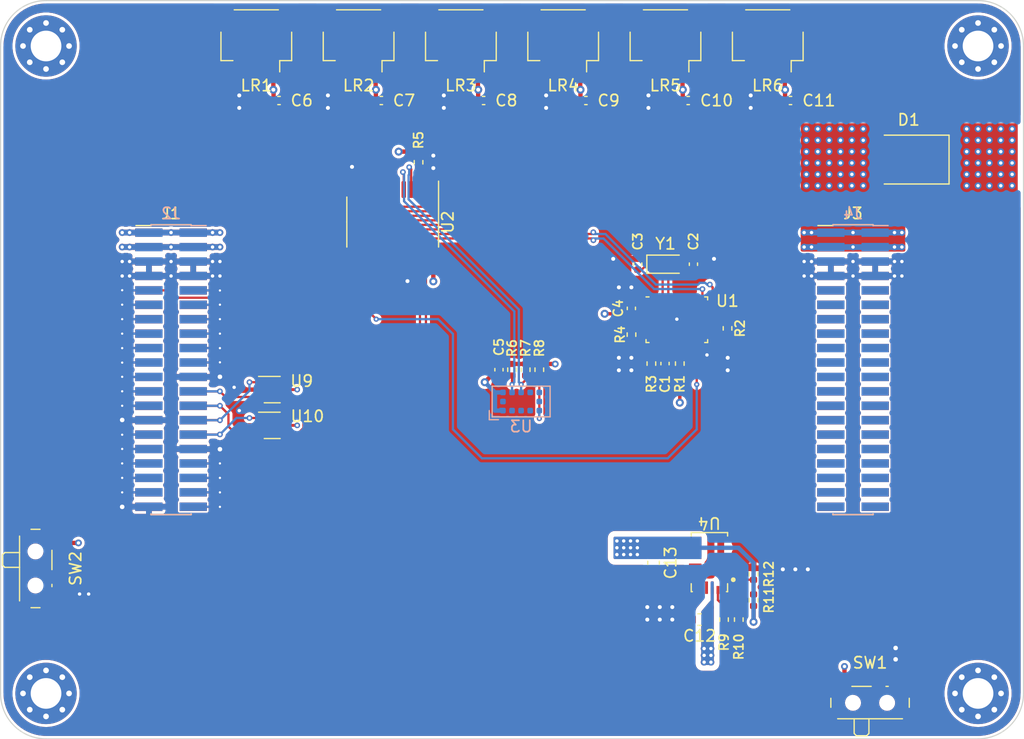
<source format=kicad_pcb>
(kicad_pcb (version 20210606) (generator pcbnew)
  (title_block (title "FlySensei_Stack_RPi") (date "2021-06-01") (rev "0.1") (company "George Mason University"))
  (layers (0 "F.Cu" signal) (1 "In1.Cu" signal) (2 "In2.Cu" signal) (31 "B.Cu" signal) (34 "B.Paste" user) (35 "F.Paste" user) (36 "B.SilkS" user "B.Silkscreen") (37 "F.SilkS" user "F.Silkscreen") (38 "B.Mask" user) (39 "F.Mask" user) (44 "Edge.Cuts" user))
  (net 0 "")
  (net 1 "Net-(C1-Pad2)")
  (net 2 "GND")
  (net 3 "Net-(C2-Pad1)")
  (net 4 "Net-(C3-Pad1)")
  (net 5 "+3V3")
  (net 6 "+BATT")
  (net 7 "/Stacking Connector/BATT_IN")
  (net 8 "/Stacking Connector/GPIO0")
  (net 9 "/Stacking Connector/GPIO2")
  (net 10 "/Stacking Connector/GPIO1")
  (net 11 "/Stacking Connector/GPIO3")
  (net 12 "/Stacking Connector/SPI0.MOSI")
  (net 13 "/Stacking Connector/GPIO4")
  (net 14 "/Stacking Connector/SPI0.MISO")
  (net 15 "/Stacking Connector/GPIO5")
  (net 16 "/Stacking Connector/SPI0.CLK")
  (net 17 "/Stacking Connector/GPIO6")
  (net 18 "/Stacking Connector/SPI0.CS0")
  (net 19 "/Stacking Connector/GPIO7")
  (net 20 "/Stacking Connector/SPI0.CS1")
  (net 21 "/Stacking Connector/SPI0.CS2")
  (net 22 "/I2C Mux/I2C0.SCL")
  (net 23 "/Stacking Connector/SPI0.CS3")
  (net 24 "/I2C Mux/I2C0.SDA")
  (net 25 "/I2C Mux/I2C1.SCL")
  (net 26 "/Stacking Connector/SPI1.MOSI")
  (net 27 "/I2C Mux/I2C1.SDA")
  (net 28 "/Stacking Connector/SPI1.MISO")
  (net 48 "/Stacking Connector/SPI1.CLK")
  (net 55 "/Stacking Connector/UART0.TX")
  (net 63 "/Stacking Connector/SPI1.CS0")
  (net 64 "/Stacking Connector/UART0.RX")
  (net 65 "/Stacking Connector/SPI1.CS1")
  (net 66 "/Stacking Connector/UART1.TX")
  (net 67 "/Stacking Connector/UART1.RX")
  (net 68 "/LIDAR/I2C1_SCL")
  (net 69 "/LIDAR/I2C1_SDA")
  (net 70 "/LIDAR/I2C2_SCL")
  (net 71 "/LIDAR/I2C2_SDA")
  (net 72 "/LIDAR/I2C3_SCL")
  (net 73 "/LIDAR/I2C3_SDA")
  (net 74 "/LIDAR/I2C4_SCL")
  (net 75 "/LIDAR/I2C4_SDA")
  (net 76 "/LIDAR/I2C5_SCL")
  (net 77 "/LIDAR/I2C5_SDA")
  (net 78 "/LIDAR/I2C6_SCL")
  (net 79 "/LIDAR/I2C6_SDA")
  (net 80 "Net-(R1-Pad2)")
  (net 81 "Net-(R2-Pad2)")
  (net 82 "Net-(R3-Pad1)")
  (net 83 "Net-(R4-Pad1)")
  (net 84 "Net-(R5-Pad1)")
  (net 85 "Net-(R6-Pad2)")
  (net 86 "Net-(R7-Pad2)")
  (net 87 "Net-(R8-Pad2)")
  (net 88 "/PSU/3V3_EN")
  (net 89 "Net-(R9-Pad2)")
  (net 90 "Net-(R10-Pad1)")
  (net 91 "Net-(R11-Pad2)")
  (net 92 "/I2C Mux/I2C_SEL")
  (net 93 "/I2C Mux/I2C_SCL")
  (net 99 "/I2C Mux/I2C_SDA")
  (footprint "Capacitor_SMD:C_0402_1005Metric" (layer "F.Cu") (at 132.5 73.8)
    (fp_text reference "C8")
    (fp_text value "0u1F")
  )
  (footprint "Resistor_SMD:R_0402_1005Metric" (layer "F.Cu") (at 147.26 96.96 -90)
    (fp_text reference "R3")
    (fp_text value "10K")
  )
  (footprint "Capacitor_SMD:C_0402_1005Metric" (layer "F.Cu") (at 148.46 96.96 90)
    (fp_text reference "C1")
    (fp_text value "0u1F")
  )
  (footprint "Resistor_SMD:R_0402_1005Metric" (layer "F.Cu") (at 153.96 93.86 90)
    (fp_text reference "R2")
    (fp_text value "10K")
  )
  (footprint "Package_LGA:LGA-28_5.2x3.8mm_P0.5mm" (layer "F.Cu") (at 149.5 93.1)
    (fp_text reference "U1")
    (fp_text value "BNO055")
  )
  (footprint "Connector_JST:JST_SH_SM04B-SRSS-TB_1x04-1MP_P1.00mm_Horizontal" (layer "F.Cu") (at 139.5 68.5 180)
    (fp_text reference "LR4")
    (fp_text value "JST_SH_SM04")
  )
  (footprint "Resistor_SMD:R_0402_1005Metric" (layer "F.Cu") (at 137.4 97.5 -90)
    (fp_text reference "R8")
    (fp_text value "10K")
  )
  (footprint "Resistor_SMD:R_0402_1005Metric" (layer "F.Cu") (at 135 97.5 -90)
    (fp_text reference "R6")
    (fp_text value "10K")
  )
  (footprint "Connector_JST:JST_SH_SM04B-SRSS-TB_1x04-1MP_P1.00mm_Horizontal" (layer "F.Cu") (at 148.5 68.5 180)
    (fp_text reference "LR5")
    (fp_text value "JST_SH_SM04")
  )
  (footprint "Capacitor_SMD:C_0603_1608Metric" (layer "F.Cu") (at 151.5 119.5 180)
    (fp_text reference "C12")
    (fp_text value "10uF")
  )
  (footprint "Button_Switch_SMD:SW_SPDT_PCM12" (layer "F.Cu") (at 166.5 126.5)
    (fp_text reference "SW1")
    (fp_text value "SW_SPDT")
  )
  (footprint "Capacitor_SMD:C_0402_1005Metric" (layer "F.Cu") (at 159.5 73.8)
    (fp_text reference "C11")
    (fp_text value "0u1F")
  )
  (footprint "MountingHole:MountingHole_2.7mm_M2.5_Pad_Via" (layer "F.Cu") (at 94 126)
    (fp_text reference "H1" hide)
    (fp_text value "MountingHole")
  )
  (footprint "MountingHole:MountingHole_2.7mm_M2.5_Pad_Via" (layer "F.Cu") (at 176 69)
    (fp_text reference "H3" hide)
    (fp_text value "MountingHole")
  )
  (footprint "Resistor_SMD:R_0402_1005Metric" (layer "F.Cu") (at 156.25 117.79 90)
    (fp_text reference "R11")
    (fp_text value "75K")
  )
  (footprint "Package_TO_SOT_SMD:SOT-363_SC-70-6" (layer "F.Cu") (at 113.9 99.25)
    (fp_text reference "U9")
    (fp_text value "TS5A3159ADCKR")
  )
  (footprint "Capacitor_SMD:C_0402_1005Metric" (layer "F.Cu") (at 145.5 92.1 90)
    (fp_text reference "C4")
    (fp_text value "0u1F")
  )
  (footprint "Capacitor_SMD:C_0402_1005Metric" (layer "F.Cu") (at 123.5 73.8)
    (fp_text reference "C7")
    (fp_text value "0u1F")
  )
  (footprint "Resistor_SMD:R_0402_1005Metric" (layer "F.Cu") (at 154.95 119.5 -90)
    (fp_text reference "R10")
    (fp_text value "62K")
  )
  (footprint "MountingHole:MountingHole_2.7mm_M2.5_Pad_Via" (layer "F.Cu") (at 94 69)
    (fp_text reference "H2" hide)
    (fp_text value "MountingHole")
  )
  (footprint "MountingHole:MountingHole_2.7mm_M2.5_Pad_Via" (layer "F.Cu") (at 176 126)
    (fp_text reference "H4" hide)
    (fp_text value "MountingHole")
  )
  (footprint "Resistor_SMD:R_0402_1005Metric" (layer "F.Cu") (at 149.76 96.96 90)
    (fp_text reference "R1")
    (fp_text value "0K")
  )
  (footprint "Capacitor_SMD:C_0402_1005Metric" (layer "F.Cu") (at 146.06 88.21 90)
    (fp_text reference "C3")
    (fp_text value "22pF")
  )
  (footprint "Connector_PinHeader_1.27mm:PinHeader_2x20_P1.27mm_Vertical_SMD" (layer "F.Cu") (at 165 97.5)
    (fp_text reference "J3")
    (fp_text value "Conn_02x20_Odd_Even_Male")
  )
  (footprint "Diode_SMD:D_SMB" (layer "F.Cu") (at 169.9 79 180)
    (fp_text reference "D1")
    (fp_text value "D_SCHTKY")
  )
  (footprint "Capacitor_SMD:C_0402_1005Metric" (layer "F.Cu") (at 141.5 73.8)
    (fp_text reference "C9")
    (fp_text value "0u1F")
  )
  (footprint "Button_Switch_SMD:SW_SPDT_PCM12" (layer "F.Cu") (at 93.4 115 -90)
    (fp_text reference "SW2")
    (fp_text value "SW_SPDT")
  )
  (footprint "Capacitor_SMD:C_0402_1005Metric" (layer "F.Cu") (at 133.85 97.5 90)
    (fp_text reference "C5")
    (fp_text value "0u1F")
  )
  (footprint "Crystal:Crystal_SMD_2012-2Pin_2.0x1.2mm_HandSoldering" (layer "F.Cu") (at 148.51 88.21)
    (fp_text reference "Y1")
    (fp_text value "Crystal")
  )
  (footprint "Connector_JST:JST_SH_SM04B-SRSS-TB_1x04-1MP_P1.00mm_Horizontal" (layer "F.Cu") (at 121.5 68.5 180)
    (fp_text reference "LR2")
    (fp_text value "JST_SH_SM04")
  )
  (footprint "Capacitor_SMD:C_0402_1005Metric" (layer "F.Cu") (at 114.5 73.8)
    (fp_text reference "C6")
    (fp_text value "0u1F")
  )
  (footprint "Connector_JST:JST_SH_SM04B-SRSS-TB_1x04-1MP_P1.00mm_Horizontal" (layer "F.Cu") (at 130.5 68.5 180)
    (fp_text reference "LR3")
    (fp_text value "JST_SH_SM04")
  )
  (footprint "Resistor_SMD:R_0402_1005Metric" (layer "F.Cu") (at 126.775 79.2375 90)
    (fp_text reference "R5")
    (fp_text value "0K")
  )
  (footprint "Package_SO:TSSOP-24_4.4x7.8mm_P0.65mm" (layer "F.Cu") (at 124.5 84.5 -90)
    (fp_text reference "U2")
    (fp_text value "TCA9548APWR")
  )
  (footprint "Connector_JST:JST_SH_SM04B-SRSS-TB_1x04-1MP_P1.00mm_Horizontal" (layer "F.Cu") (at 112.5 68.5 180)
    (fp_text reference "LR1")
    (fp_text value "JST_SH_SM04")
  )
  (footprint "Package_TO_SOT_SMD:SOT-363_SC-70-6" (layer "F.Cu") (at 113.9 102.4)
    (fp_text reference "U10")
    (fp_text value "TS5A3159ADCKR")
  )
  (footprint "Capacitor_SMD:C_0402_1005Metric" (layer "F.Cu") (at 150.96 88.21 90)
    (fp_text reference "C2")
    (fp_text value "22pF")
  )
  (footprint "Capacitor_SMD:C_0603_1608Metric" (layer "F.Cu") (at 147.45 114.5 -90)
    (fp_text reference "C13")
    (fp_text value "22uF")
  )
  (footprint "Resistor_SMD:R_0402_1005Metric" (layer "F.Cu") (at 156.25 115.49 90)
    (fp_text reference "R12")
    (fp_text value "24K")
  )
  (footprint "Resistor_SMD:R_0402_1005Metric" (layer "F.Cu") (at 153.65 119.5 90)
    (fp_text reference "R9")
    (fp_text value "55K")
  )
  (footprint "Connector_PinHeader_1.27mm:PinHeader_2x20_P1.27mm_Vertical_SMD" (layer "F.Cu") (at 105 97.5)
    (fp_text reference "J1")
    (fp_text value "Conn_02x20_Odd_Even_Male")
  )
  (footprint "Capacitor_SMD:C_0402_1005Metric" (layer "F.Cu") (at 150.5 73.8)
    (fp_text reference "C10")
    (fp_text value "0u1F")
  )
  (footprint "Resistor_SMD:R_0402_1005Metric" (layer "F.Cu") (at 145.51 94.41 -90)
    (fp_text reference "R4")
    (fp_text value "10K")
  )
  (footprint "Resistor_SMD:R_0402_1005Metric" (layer "F.Cu") (at 136.2 97.5 -90)
    (fp_text reference "R7")
    (fp_text value "10K")
  )
  (footprint "Package_DFN_QFN_U:MPM3610_QFN-20_5x3mm" (layer "F.Cu") (at 152.365 114.44 180)
    (fp_text reference "U4")
    (fp_text value "MPM3610")
  )
  (footprint "Connector_JST:JST_SH_SM04B-SRSS-TB_1x04-1MP_P1.00mm_Horizontal" (layer "F.Cu") (at 157.5 68.5 180)
    (fp_text reference "LR6")
    (fp_text value "JST_SH_SM04")
  )
  (footprint "Connector_PinHeader_1.27mm:PinHeader_2x20_P1.27mm_Vertical_SMD" (layer "B.Cu") (at 105 97.5 180)
    (fp_text reference "J2")
    (fp_text value "Conn_02x20_Odd_Even_Female")
  )
  (footprint "Connector_PinHeader_1.27mm:PinHeader_2x20_P1.27mm_Vertical_SMD" (layer "B.Cu") (at 165 97.5 180)
    (fp_text reference "J4")
    (fp_text value "Conn_02x20_Odd_Even_Female")
  )
  (footprint "Sensor_Distance:ST_VL53L1x" (layer "B.Cu") (at 135.8 100.3)
    (fp_text reference "U3")
    (fp_text value "VL53L0CXV0DH_1")
  )
  (gr_line (start 180 69) (end 180 126) (layer "Edge.Cuts") (width 0.1))
  (gr_arc (start 176 69) (end 176 65) (angle 90) (layer "Edge.Cuts") (width 0.1))
  (gr_line (start 94 65) (end 176 65) (layer "Edge.Cuts") (width 0.1))
  (gr_arc (start 94 126) (end 94 130) (angle 90) (layer "Edge.Cuts") (width 0.1))
  (gr_arc (start 94 69) (end 90 69) (angle 90) (layer "Edge.Cuts") (width 0.1))
  (gr_arc (start 176 126) (end 180 126) (angle 90) (layer "Edge.Cuts") (width 0.1))
  (gr_line (start 90 126) (end 90 69) (layer "Edge.Cuts") (width 0.1))
  (gr_line (start 94 130) (end 176 130) (layer "Edge.Cuts") (width 0.1))
  (segment (start 148.46 96.48) (end 148.46 95.94) (width 0.2) (layer "F.Cu") (net 1))
  (segment (start 148.46 95.94) (end 148.75 95.65) (width 0.2) (layer "F.Cu") (net 1))
  (segment (start 148.75 95.65) (end 148.75 94.7625) (width 0.2) (layer "F.Cu") (net 1))
  (segment (start 103.045 89.25) (end 103.05 89.245) (width 0.508) (layer "F.Cu") (net 2))
  (segment (start 120.925 79.645) (end 120.92 79.64) (width 0.381) (layer "F.Cu") (net 2))
  (segment (start 126.125 87.3625) (end 126.125 89.375) (width 0.381) (layer "F.Cu") (net 2))
  (segment (start 163.045 89.25) (end 163.05 89.245) (width 0.508) (layer "F.Cu") (net 2))
  (segment (start 149.25 91.4375) (end 149.25 92.8) (width 0.254) (layer "F.Cu") (net 2))
  (segment (start 146.46 92.35) (end 146.24 92.13) (width 0.254) (layer "F.Cu") (net 2))
  (segment (start 146.24 92.13) (end 146.24 91.81) (width 0.254) (layer "F.Cu") (net 2))
  (segment (start 169.3 89.25) (end 166.955 89.25) (width 0.508) (layer "F.Cu") (net 2))
  (segment (start 163.055 89.25) (end 163.05 89.245) (width 0.508) (layer "F.Cu") (net 2))
  (segment (start 112.95 99.25) (end 110.75 99.25) (width 0.381) (layer "F.Cu") (net 2))
  (segment (start 153.615 114.69) (end 155.96 114.69) (width 0.254) (layer "F.Cu") (net 2))
  (segment (start 150.3 93.85) (end 149.5 93.05) (width 0.254) (layer "F.Cu") (net 2))
  (segment (start 165 89.25) (end 163.055 89.25) (width 0.508) (layer "F.Cu") (net 2))
  (segment (start 110.75 99.25) (end 110.55 99.05) (width 0.381) (layer "F.Cu") (net 2))
  (segment (start 166.955 89.25) (end 166.95 89.245) (width 0.508) (layer "F.Cu") (net 2))
  (segment (start 106.955 89.25) (end 106.95 89.245) (width 0.508) (layer "F.Cu") (net 2))
  (segment (start 105 89.25) (end 103.055 89.25) (width 0.508) (layer "F.Cu") (net 2))
  (segment (start 120.925 81.6375) (end 120.925 79.645) (width 0.381) (layer "F.Cu") (net 2))
  (segment (start 165 87.975) (end 163.05 87.975) (width 0.508) (layer "F.Cu") (net 2))
  (segment (start 147.1125 92.35) (end 146.46 92.35) (width 0.254) (layer "F.Cu") (net 2))
  (segment (start 160.7 89.25) (end 163.045 89.25) (width 0.508) (layer "F.Cu") (net 2))
  (segment (start 149.7 92.85) (end 149.5 93.05) (width 0.254) (layer "F.Cu") (net 2))
  (segment (start 127.425 81.6375) (end 128.075 81.6375) (width 0.381) (layer "F.Cu") (net 2))
  (segment (start 103.055 89.25) (end 103.05 89.245) (width 0.508) (layer "F.Cu") (net 2))
  (segment (start 165 87.975) (end 166.95 87.975) (width 0.508) (layer "F.Cu") (net 2))
  (segment (start 169.3 87.975) (end 166.95 87.975) (width 0.508) (layer "F.Cu") (net 2))
  (segment (start 165 89.25) (end 166.945 89.25) (width 0.508) (layer "F.Cu") (net 2))
  (segment (start 149.25 92.8) (end 149.5 93.05) (width 0.254) (layer "F.Cu") (net 2))
  (segment (start 126.125 89.375) (end 125.8 89.7) (width 0.381) (layer "F.Cu") (net 2))
  (segment (start 100.7 89.25) (end 103.045 89.25) (width 0.508) (layer "F.Cu") (net 2))
  (segment (start 106.945 89.25) (end 106.95 89.245) (width 0.508) (layer "F.Cu") (net 2))
  (segment (start 146.05 91.62) (end 145.5 91.62) (width 0.254) (layer "F.Cu") (net 2))
  (segment (start 160.7 87.975) (end 163.05 87.975) (width 0.508) (layer "F.Cu") (net 2))
  (segment (start 146.24 91.81) (end 146.05 91.62) (width 0.254) (layer "F.Cu") (net 2))
  (segment (start 105 87.975) (end 106.95 87.975) (width 0.508) (layer "F.Cu") (net 2))
  (segment (start 109.3 87.975) (end 106.95 87.975) (width 0.508) (layer "F.Cu") (net 2))
  (segment (start 128.075 81.6375) (end 128.075 79.75) (width 0.381) (layer "F.Cu") (net 2))
  (segment (start 111 102.05) (end 111 101.1) (width 0.381) (layer "F.Cu") (net 2))
  (segment (start 105 87.975) (end 103.05 87.975) (width 0.508) (layer "F.Cu") (net 2))
  (segment (start 151.75 95.8) (end 152.15 96.2) (width 0.254) (layer "F.Cu") (net 2))
  (segment (start 109.3 89.25) (end 106.955 89.25) (width 0.508) (layer "F.Cu") (net 2))
  (segment (start 128.075 79.75) (end 128.075 78.65) (width 0.381) (layer "F.Cu") (net 2))
  (segment (start 155.96 114.69) (end 156.25 114.98) (width 0.254) (layer "F.Cu") (net 2))
  (segment (start 100.7 87.975) (end 103.05 87.975) (width 0.508) (layer "F.Cu") (net 2))
  (segment (start 166.945 89.25) (end 166.95 89.245) (width 0.508) (layer "F.Cu") (net 2))
  (segment (start 151.8875 92.85) (end 149.7 92.85) (width 0.254) (layer "F.Cu") (net 2))
  (segment (start 111.35 102.4) (end 111 102.05) (width 0.381) (layer "F.Cu") (net 2))
  (segment (start 105 89.25) (end 106.945 89.25) (width 0.508) (layer "F.Cu") (net 2))
  (segment (start 151.8875 93.85) (end 150.3 93.85) (width 0.254) (layer "F.Cu") (net 2))
  (segment (start 112.95 102.4) (end 111.35 102.4) (width 0.381) (layer "F.Cu") (net 2))
  (segment (start 151.75 94.7625) (end 151.75 95.8) (width 0.254) (layer "F.Cu") (net 2))
  (via (at 128.075 79.75) (size 0.7) (drill 0.35) (layers "F.Cu" "B.Cu") (net 2))
  (via (at 101.35 89.25) (size 0.6) (drill 0.3) (layers "F.Cu" "B.Cu") (net 2))
  (via (at 125.8 89.7) (size 0.7) (drill 0.35) (layers "F.Cu" "B.Cu") (net 2))
  (via (at 111 101.1) (size 0.6) (drill 0.3) (layers "F.Cu" "B.Cu") (net 2))
  (via (at 156 73.35) (size 0.7) (drill 0.35) (layers "F.Cu" "B.Cu") (net 2))
  (via (at 109.3 89.25) (size 0.6) (drill 0.3) (layers "F.Cu" "B.Cu") (net 2))
  (via (at 148 118.4) (size 0.7) (drill 0.35) (layers "F.Cu" "B.Cu") (net 2))
  (via (at 168.65 89.25) (size 0.6) (drill 0.3) (layers "F.Cu" "B.Cu") (net 2))
  (via (at 109.3 98.125) (size 0.8) (drill 0.4) (layers "F.Cu" "B.Cu") (net 2))
  (via (at 160.7 87.975) (size 0.6) (drill 0.3) (layers "F.Cu" "B.Cu") (net 2))
  (via (at 101.35 87.975) (size 0.6) (drill 0.3) (layers "F.Cu" "B.Cu") (net 2))
  (via (at 110.55 99.05) (size 0.6) (drill 0.3) (layers "F.Cu" "B.Cu") (net 2))
  (via (at 156 74.45) (size 0.7) (drill 0.35) (layers "F.Cu" "B.Cu") (net 2))
  (via (at 105 87.975) (size 0.6) (drill 0.3) (layers "F.Cu" "B.Cu") (net 2))
  (via (at 100.7 89.25) (size 0.6) (drill 0.3) (layers "F.Cu" "B.Cu") (net 2))
  (via (at 152.77 87.74) (size 0.7) (drill 0.35) (layers "F.Cu" "B.Cu") (net 2))
  (via (at 145.5 96.45) (size 0.7) (drill 0.35) (layers "F.Cu" "B.Cu") (net 2))
  (via (at 111 74.45) (size 0.7) (drill 0.35) (layers "F.Cu" "B.Cu") (net 2))
  (via (at 161.35 87.975) (size 0.6) (drill 0.3) (layers "F.Cu" "B.Cu") (net 2))
  (via (at 147 74.45) (size 0.7) (drill 0.35) (layers "F.Cu" "B.Cu") (net 2))
  (via (at 160.7 89.25) (size 0.6) (drill 0.3) (layers "F.Cu" "B.Cu") (net 2))
  (via (at 152.15 96.2) (size 0.6) (drill 0.3) (layers "F.Cu" "B.Cu") (net 2))
  (via (at 129 73.35) (size 0.7) (drill 0.35) (layers "F.Cu" "B.Cu") (net 2))
  (via (at 109.3 104.5) (size 0.8) (drill 0.4) (layers "F.Cu" "B.Cu") (net 2))
  (via (at 118.8 74.45) (size 0.7) (drill 0.35) (layers "F.Cu" "B.Cu") (net 2))
  (via (at 100.7 101.925) (size 0.8) (drill 0.4) (layers "F.Cu" "B.Cu") (net 2))
  (via (at 159.925 115.075) (size 0.7) (drill 0.35) (layers "F.Cu" "B.Cu") (net 2))
  (via (at 138 74.45) (size 0.7) (drill 0.35) (layers "F.Cu" "B.Cu") (net 2))
  (via (at 138 73.35) (size 0.7) (drill 0.35) (layers "F.Cu" "B.Cu") (net 2))
  (via (at 108.65 89.25) (size 0.6) (drill 0.3) (layers "F.Cu" "B.Cu") (net 2))
  (via (at 149.1 119.5) (size 0.7) (drill 0.35) (layers "F.Cu" "B.Cu") (net 2))
  (via (at 129 74.45) (size 0.7) (drill 0.35) (layers "F.Cu" "B.Cu") (net 2))
  (via (at 147 73.35) (size 0.7) (drill 0.35) (layers "F.Cu" "B.Cu") (net 2))
  (via (at 146.9 118.4) (size 0.7) (drill 0.35) (layers "F.Cu" "B.Cu") (net 2))
  (via (at 128.075 78.65) (size 0.7) (drill 0.35) (layers "F.Cu" "B.Cu") (net 2))
  (via (at 144.4 96.45) (size 0.7) (drill 0.35) (layers "F.Cu" "B.Cu") (net 2))
  (via (at 161.35 89.25) (size 0.6) (drill 0.3) (layers "F.Cu" "B.Cu") (net 2))
  (via (at 144.4 90.25) (size 0.7) (drill 0.35) (layers "F.Cu" "B.Cu") (net 2))
  (via (at 153.975 96.45) (size 0.7) (drill 0.35) (layers "F.Cu" "B.Cu") (net 2))
  (via (at 108.65 87.975) (size 0.6) (drill 0.3) (layers "F.Cu" "B.Cu") (net 2))
  (via (at 168.65 87.975) (size 0.6) (drill 0.3) (layers "F.Cu" "B.Cu") (net 2))
  (via (at 145.5 90.25) (size 0.7) (drill 0.35) (layers "F.Cu" "B.Cu") (net 2))
  (via (at 168.75 123) (size 0.8) (drill 0.4) (layers "F.Cu" "B.Cu") (net 2))
  (via (at 100.7 109.575) (size 0.8) (drill 0.4) (layers "F.Cu" "B.Cu") (net 2))
  (via (at 169.3 89.25) (size 0.6) (drill 0.3) (layers "F.Cu" "B.Cu") (net 2))
  (via (at 158.825 115.075) (size 0.7) (drill 0.35) (layers "F.Cu" "B.Cu") (net 2))
  (via (at 169.3 87.975) (size 0.6) (drill 0.3) (layers "F.Cu" "B.Cu") (net 2))
  (via (at 161.025 115.075) (size 0.7) (drill 0.35) (layers "F.Cu" "B.Cu") (net 2))
  (via (at 145.5 97.55) (size 0.7) (drill 0.35) (layers "F.Cu" "B.Cu") (net 2))
  (via (at 97.75 117.25) (size 0.6) (drill 0.3) (layers "F.Cu" "B.Cu") (net 2))
  (via (at 144.4 97.55) (size 0.7) (drill 0.35) (layers "F.Cu" "B.Cu") (net 2))
  (via (at 153.975 97.55) (size 0.7) (drill 0.35) (layers "F.Cu" "B.Cu") (net 2))
  (via (at 96.95 117.25) (size 0.6) (drill 0.3) (layers "F.Cu" "B.Cu") (net 2))
  (via (at 143.9 87.74) (size 0.7) (drill 0.35) (layers "F.Cu" "B.Cu") (net 2))
  (via (at 146.9 119.5) (size 0.7) (drill 0.35) (layers "F.Cu" "B.Cu") (net 2))
  (via (at 105 89.25) (size 0.6) (drill 0.3) (layers "F.Cu" "B.Cu") (net 2))
  (via (at 118.8 73.35) (size 0.7) (drill 0.35) (layers "F.Cu" "B.Cu") (net 2))
  (via (at 111 73.35) (size 0.7) (drill 0.35) (layers "F.Cu" "B.Cu") (net 2))
  (via (at 149.5 93.05) (size 0.6) (drill 0.3) (layers "F.Cu" "B.Cu") (net 2))
  (via (at 100.7 87.975) (size 0.6) (drill 0.3) (layers "F.Cu" "B.Cu") (net 2))
  (via (at 168.75 122) (size 0.8) (drill 0.4) (layers "F.Cu" "B.Cu") (net 2))
  (via (at 109.3 87.975) (size 0.6) (drill 0.3) (layers "F.Cu" "B.Cu") (net 2))
  (via (at 149.1 118.4) (size 0.7) (drill 0.35) (layers "F.Cu" "B.Cu") (net 2))
  (via (at 148 119.5) (size 0.7) (drill 0.35) (layers "F.Cu" "B.Cu") (net 2))
  (via (at 120.92 79.64) (size 0.7) (drill 0.35) (layers "F.Cu" "B.Cu") (net 2))
  (via (at 165 89.25) (size 0.6) (drill 0.3) (layers "F.Cu" "B.Cu") (net 2))
  (via (at 165 87.975) (size 0.6) (drill 0.3) (layers "F.Cu" "B.Cu") (net 2))
  (segment (start 100.7 89.25) (end 103.045 89.25) (width 0.508) (layer "B.Cu") (net 2))
  (segment (start 165 87.975) (end 166.95 87.975) (width 0.508) (layer "B.Cu") (net 2))
  (segment (start 106.955 89.25) (end 106.95 89.245) (width 0.508) (layer "B.Cu") (net 2))
  (segment (start 109.3 87.975) (end 106.95 87.975) (width 0.508) (layer "B.Cu") (net 2))
  (segment (start 105 87.975) (end 103.05 87.975) (width 0.508) (layer "B.Cu") (net 2))
  (segment (start 165 87.975) (end 163.05 87.975) (width 0.508) (layer "B.Cu") (net 2))
  (segment (start 160.7 89.25) (end 163.045 89.25) (width 0.508) (layer "B.Cu") (net 2))
  (segment (start 105 87.975) (end 106.95 87.975) (width 0.508) (layer "B.Cu") (net 2))
  (segment (start 106.945 89.25) (end 106.95 89.245) (width 0.508) (layer "B.Cu") (net 2))
  (segment (start 160.7 87.975) (end 163.05 87.975) (width 0.508) (layer "B.Cu") (net 2))
  (segment (start 100.7 87.975) (end 103.05 87.975) (width 0.508) (layer "B.Cu") (net 2))
  (segment (start 166.945 89.25) (end 166.95 89.245) (width 0.508) (layer "B.Cu") (net 2))
  (segment (start 166.955 89.25) (end 166.95 89.245) (width 0.508) (layer "B.Cu") (net 2))
  (segment (start 103.055 89.25) (end 103.05 89.245) (width 0.508) (layer "B.Cu") (net 2))
  (segment (start 109.3 89.25) (end 106.955 89.25) (width 0.508) (layer "B.Cu") (net 2))
  (segment (start 165 89.25) (end 166.945 89.25) (width 0.508) (layer "B.Cu") (net 2))
  (segment (start 163.045 89.25) (end 163.05 89.245) (width 0.508) (layer "B.Cu") (net 2))
  (segment (start 105 89.25) (end 106.945 89.25) (width 0.508) (layer "B.Cu") (net 2))
  (segment (start 169.3 87.975) (end 166.95 87.975) (width 0.508) (layer "B.Cu") (net 2))
  (segment (start 169.3 89.25) (end 166.955 89.25) (width 0.508) (layer "B.Cu") (net 2))
  (segment (start 163.055 89.25) (end 163.05 89.245) (width 0.508) (layer "B.Cu") (net 2))
  (segment (start 165 89.25) (end 163.055 89.25) (width 0.508) (layer "B.Cu") (net 2))
  (segment (start 105 89.25) (end 103.055 89.25) (width 0.508) (layer "B.Cu") (net 2))
  (segment (start 103.045 89.25) (end 103.05 89.245) (width 0.508) (layer "B.Cu") (net 2))
  (segment (start 148.75 88.895) (end 149.435 88.21) (width 0.2) (layer "F.Cu") (net 3))
  (segment (start 149.435 88.21) (end 150.11 88.21) (width 0.2) (layer "F.Cu") (net 3))
  (segment (start 150.11 88.21) (end 150.59 88.69) (width 0.2) (layer "F.Cu") (net 3))
  (segment (start 150.59 88.69) (end 150.96 88.69) (width 0.2) (layer "F.Cu") (net 3))
  (segment (start 148.75 91.4375) (end 148.75 88.895) (width 0.2) (layer "F.Cu") (net 3))
  (segment (start 146.89 88.21) (end 146.41 88.69) (width 0.2) (layer "F.Cu") (net 4))
  (segment (start 148.25 88.875) (end 148.25 91.4375) (width 0.2) (layer "F.Cu") (net 4))
  (segment (start 147.585 88.21) (end 146.89 88.21) (width 0.2) (layer "F.Cu") (net 4))
  (segment (start 147.585 88.21) (end 148.25 88.875) (width 0.2) (layer "F.Cu") (net 4))
  (segment (start 146.41 88.69) (end 146.06 88.69) (width 0.2) (layer "F.Cu") (net 4))
  (segment (start 123 70.5) (end 123 72.825) (width 0.381) (layer "F.Cu") (net 5))
  (segment (start 96.85 112.75) (end 94.83 112.75) (width 0.381) (layer "F.Cu") (net 5))
  (segment (start 147.1125 93.35) (end 147.1125 92.85) (width 0.254) (layer "F.Cu") (net 5))
  (segment (start 114.85 102.4) (end 116.1 102.4) (width 0.254) (layer "F.Cu") (net 5))
  (segment (start 132.02 73.8) (end 132.02 72.855) (width 0.381) (layer "F.Cu") (net 5))
  (segment (start 133.85 97.98) (end 133.22 97.98) (width 0.381) (layer "F.Cu") (net 5))
  (segment (start 145.495 92.575) (end 145.5 92.58) (width 0.3048) (layer "F.Cu") (net 5))
  (segment (start 132.02 72.855) (end 132.025 72.85) (width 0.381) (layer "F.Cu") (net 5))
  (segment (start 125.025 78.3) (end 126.3475 78.3) (width 0.381) (layer "F.Cu") (net 5))
  (segment (start 114 72.85) (end 114 70.5) (width 0.381) (layer "F.Cu") (net 5))
  (segment (start 150 70.5) (end 150 72.825) (width 0.381) (layer "F.Cu") (net 5))
  (segment (start 147.1125 92.85) (end 145.77 92.85) (width 0.254) (layer "F.Cu") (net 5))
  (segment (start 141.02 72.855) (end 141.025 72.85) (width 0.381) (layer "F.Cu") (net 5))
  (segment (start 150 72.825) (end 150.025 72.85) (width 0.381) (layer "F.Cu") (net 5))
  (segment (start 138.79 96.99) (end 137.4 96.99) (width 0.381) (layer "F.Cu") (net 5))
  (segment (start 132 72.825) (end 132.025 72.85) (width 0.381) (layer "F.Cu") (net 5))
  (segment (start 128.075 87.3625) (end 128.075 89.725) (width 0.381) (layer "F.Cu") (net 5))
  (segment (start 123 72.825) (end 123.025 72.85) (width 0.381) (layer "F.Cu") (net 5))
  (segment (start 147.776511 92.823489) (end 147.776511 93.123489) (width 0.254) (layer "F.Cu") (net 5))
  (segment (start 126.3475 78.3) (end 126.775 78.7275) (width 0.381) (layer "F.Cu") (net 5))
  (segment (start 159 72.825) (end 159.025 72.85) (width 0.381) (layer "F.Cu") (net 5))
  (segment (start 147.776511 91.464011) (end 147.776511 92.823489) (width 0.254) (layer "F.Cu") (net 5))
  (segment (start 133.22 97.98) (end 132.6 98.6) (width 0.381) (layer "F.Cu") (net 5))
  (segment (start 141.02 73.8) (end 141.02 72.855) (width 0.381) (layer "F.Cu") (net 5))
  (segment (start 159 70.5) (end 159 72.825) (width 0.381) (layer "F.Cu") (net 5))
  (segment (start 159.02 72.855) (end 159.025 72.85) (width 0.381) (layer "F.Cu") (net 5))
  (segment (start 147.1125 92.85) (end 147.75 92.85) (width 0.254) (layer "F.Cu") (net 5))
  (segment (start 136.2 96.99) (end 137.4 96.99) (width 0.381) (layer "F.Cu") (net 5))
  (segment (start 132 70.5) (end 132 72.825) (width 0.381) (layer "F.Cu") (net 5))
  (segment (start 114.85 99.25) (end 116.1 99.25) (width 0.254) (layer "F.Cu") (net 5))
  (segment (start 123.02 72.855) (end 123.025 72.85) (width 0.381) (layer "F.Cu") (net 5))
  (segment (start 123.02 73.8) (end 123.02 72.855) (width 0.381) (layer "F.Cu") (net 5))
  (segment (start 159.02 73.8) (end 159.02 72.855) (width 0.381) (layer "F.Cu") (net 5))
  (segment (start 149.76 97.47) (end 149.76 100.4) (width 0.3048) (layer "F.Cu") (net 5))
  (segment (start 143.15 92.575) (end 145.495 92.575) (width 0.3048) (layer "F.Cu") (net 5))
  (segment (start 156.25 118.3) (end 156.25 119.7) (width 0.381) (layer "F.Cu") (net 5))
  (segment (start 141 70.5) (end 141 72.825) (width 0.381) (layer "F.Cu") (net 5))
  (segment (start 138.8 97) (end 138.79 96.99) (width 0.381) (layer "F.Cu") (net 5))
  (segment (start 150.02 72.855) (end 150.025 72.85) (width 0.381) (layer "F.Cu") (net 5))
  (segment (start 145.77 92.85) (end 145.5 92.58) (width 0.254) (layer "F.Cu") (net 5))
  (segment (start 141 72.825) (end 141.025 72.85) (width 0.381) (layer "F.Cu") (net 5))
  (segment (start 114.02 73.8) (end 114.02 72.87) (width 0.381) (layer "F.Cu") (net 5))
  (segment (start 114.02 72.87) (end 114 72.85) (width 0.381) (layer "F.Cu") (net 5))
  (segment (start 150.02 73.8) (end 150.02 72.855) (width 0.381) (layer "F.Cu") (net 5))
  (segment (start 147.75 92.85) (end 147.776511 92.823489) (width 0.254) (layer "F.Cu") (net 5))
  (segment (start 135 96.99) (end 136.2 96.99) (width 0.381) (layer "F.Cu") (net 5))
  (segment (start 147.75 91.4375) (end 147.776511 91.464011) (width 0.254) (layer "F.Cu") (net 5))
  (segment (start 147.55 93.35) (end 147.1125 93.35) (width 0.254) (layer "F.Cu") (net 5))
  (segment (start 147.776511 93.123489) (end 147.55 93.35) (width 0.254) (layer "F.Cu") (net 5))
  (via (at 141.025 72.85) (size 0.7) (drill 0.35) (layers "F.Cu" "B.Cu") (net 5))
  (via (at 132.6 98.6) (size 0.7) (drill 0.35) (layers "F.Cu" "B.Cu") (net 5))
  (via (at 144.225 113.175) (size 0.6) (drill 0.3) (layers "F.Cu" "B.Cu") (net 5))
  (via (at 146.025 113.175) (size 0.6) (drill 0.3) (layers "F.Cu" "B.Cu") (net 5))
  (via (at 159.025 72.85) (size 0.7) (drill 0.35) (layers "F.Cu" "B.Cu") (net 5))
  (via (at 145.425 112.575) (size 0.6) (drill 0.3) (layers "F.Cu" "B.Cu") (net 5))
  (via (at 144.825 113.175) (size 0.6) (drill 0.3) (layers "F.Cu" "B.Cu") (net 5))
  (via (at 146.025 112.575) (size 0.6) (drill 0.3) (layers "F.Cu" "B.Cu") (net 5))
  (via (at 116.1 99.25) (size 0.5) (drill 0.25) (layers "F.Cu" "B.Cu") (net 5))
  (via (at 116.1 102.4) (size 0.5) (drill 0.25) (layers "F.Cu" "B.Cu") (net 5))
  (via (at 125.025 78.3) (size 0.7) (drill 0.35) (layers "F.Cu" "B.Cu") (net 5))
  (via (at 145.425 113.775) (size 0.6) (drill 0.3) (layers "F.Cu" "B.Cu") (net 5))
  (via (at 150.025 72.85) (size 0.7) (drill 0.35) (layers "F.Cu" "B.Cu") (net 5))
  (via (at 128.075 89.725) (size 0.7) (drill 0.35) (layers "F.Cu" "B.Cu") (net 5))
  (via (at 149.76 100.4) (size 0.7) (drill 0.35) (layers "F.Cu" "B.Cu") (net 5))
  (via (at 114 72.85) (size 0.7) (drill 0.35) (layers "F.Cu" "B.Cu") (net 5))
  (via (at 123.025 72.85) (size 0.7) (drill 0.35) (layers "F.Cu" "B.Cu") (net 5))
  (via (at 144.825 112.575) (size 0.6) (drill 0.3) (layers "F.Cu" "B.Cu") (net 5))
  (via (at 138.8 97) (size 0.6) (drill 0.3) (layers "F.Cu" "B.Cu") (net 5))
  (via (at 144.225 113.775) (size 0.6) (drill 0.3) (layers "F.Cu" "B.Cu") (net 5))
  (via (at 156.25 119.7) (size 0.7) (drill 0.35) (layers "F.Cu" "B.Cu") (net 5))
  (via (at 144.825 113.775) (size 0.6) (drill 0.3) (layers "F.Cu" "B.Cu") (net 5))
  (via (at 96.85 112.75) (size 0.6) (drill 0.3) (layers "F.Cu" "B.Cu") (net 5))
  (via (at 132.025 72.85) (size 0.7) (drill 0.35) (layers "F.Cu" "B.Cu") (net 5))
  (via (at 145.425 113.175) (size 0.6) (drill 0.3) (layers "F.Cu" "B.Cu") (net 5))
  (via (at 146.025 113.775) (size 0.6) (drill 0.3) (layers "F.Cu" "B.Cu") (net 5))
  (via (at 143.15 92.575) (size 0.7) (drill 0.35) (layers "F.Cu" "B.Cu") (net 5))
  (via (at 144.225 112.575) (size 0.6) (drill 0.3) (layers "F.Cu" "B.Cu") (net 5))
  (segment (start 134.2 99.5) (end 133.5 99.5) (width 0.381) (layer "B.Cu") (net 5))
  (segment (start 156.25 114.5) (end 154.925 113.175) (width 0.381) (layer "B.Cu") (net 5))
  (segment (start 133.5 99.5) (end 132.6 98.6) (width 0.381) (layer "B.Cu") (net 5))
  (segment (start 156.25 119.7) (end 156.25 114.5) (width 0.381) (layer "B.Cu") (net 5))
  (segment (start 134.2 101.1) (end 133.5 101.1) (width 0.381) (layer "B.Cu") (net 5))
  (segment (start 133.5 101.1) (end 133.5 99.5) (width 0.381) (layer "B.Cu") (net 5))
  (segment (start 154.925 113.175) (end 146.025 113.175) (width 0.381) (layer "B.Cu") (net 5))
  (segment (start 152.615 116.69) (end 152.615 118.485) (width 0.254) (layer "F.Cu") (net 6))
  (segment (start 164.25 125.07) (end 164.25 123.625) (width 0.381) (layer "F.Cu") (net 6))
  (segment (start 152.275 118.825) (end 152.275 119.5) (width 0.254) (layer "F.Cu") (net 6))
  (segment (start 152.615 118.485) (end 152.275 118.825) (width 0.254) (layer "F.Cu") (net 6))
  (via (at 151.9 122.65) (size 0.6) (drill 0.3) (layers "F.Cu" "B.Cu") (net 6))
  (via (at 175 78.3) (size 0.6) (drill 0.3) (layers "F.Cu" "B.Cu") (net 6))
  (via (at 177 79.3) (size 0.6) (drill 0.3) (layers "F.Cu" "B.Cu") (net 6))
  (via (at 176 77.3) (size 0.6) (drill 0.3) (layers "F.Cu" "B.Cu") (net 6))
  (via (at 176 76.3) (size 0.6) (drill 0.3) (layers "F.Cu" "B.Cu") (net 6))
  (via (at 175 77.3) (size 0.6) (drill 0.3) (layers "F.Cu" "B.Cu") (net 6))
  (via (at 179 77.3) (size 0.6) (drill 0.3) (layers "F.Cu" "B.Cu") (net 6))
  (via (at 177 76.3) (size 0.6) (drill 0.3) (layers "F.Cu" "B.Cu") (net 6))
  (via (at 179 78.3) (size 0.6) (drill 0.3) (layers "F.Cu" "B.Cu") (net 6))
  (via (at 177 81.3) (size 0.6) (drill 0.3) (layers "F.Cu" "B.Cu") (net 6))
  (via (at 152.5 122.05) (size 0.6) (drill 0.3) (layers "F.Cu" "B.Cu") (net 6))
  (via (at 152.5 122.65) (size 0.6) (drill 0.3) (layers "F.Cu" "B.Cu") (net 6))
  (via (at 179 79.3) (size 0.6) (drill 0.3) (layers "F.Cu" "B.Cu") (net 6))
  (via (at 179 80.3) (size 0.6) (drill 0.3) (layers "F.Cu" "B.Cu") (net 6))
  (via (at 164.25 123.625) (size 0.6) (drill 0.3) (layers "F.Cu" "B.Cu") (net 6))
  (via (at 152.5 123.25) (size 0.6) (drill 0.3) (layers "F.Cu" "B.Cu") (net 6))
  (via (at 175 79.3) (size 0.6) (drill 0.3) (layers "F.Cu" "B.Cu") (net 6))
  (via (at 175 81.3) (size 0.6) (drill 0.3) (layers "F.Cu" "B.Cu") (net 6))
  (via (at 176 79.3) (size 0.6) (drill 0.3) (layers "F.Cu" "B.Cu") (net 6))
  (via (at 176 80.3) (size 0.6) (drill 0.3) (layers "F.Cu" "B.Cu") (net 6))
  (via (at 178 78.3) (size 0.6) (drill 0.3) (layers "F.Cu" "B.Cu") (net 6))
  (via (at 177 78.3) (size 0.6) (drill 0.3) (layers "F.Cu" "B.Cu") (net 6))
  (via (at 179 81.3) (size 0.6) (drill 0.3) (layers "F.Cu" "B.Cu") (net 6))
  (via (at 178 80.3) (size 0.6) (drill 0.3) (layers "F.Cu" "B.Cu") (net 6))
  (via (at 176 78.3) (size 0.6) (drill 0.3) (layers "F.Cu" "B.Cu") (net 6))
  (via (at 175 76.3) (size 0.6) (drill 0.3) (layers "F.Cu" "B.Cu") (net 6))
  (via (at 177 80.3) (size 0.6) (drill 0.3) (layers "F.Cu" "B.Cu") (net 6))
  (via (at 177 77.3) (size 0.6) (drill 0.3) (layers "F.Cu" "B.Cu") (net 6))
  (via (at 178 76.3) (size 0.6) (drill 0.3) (layers "F.Cu" "B.Cu") (net 6))
  (via (at 178 79.3) (size 0.6) (drill 0.3) (layers "F.Cu" "B.Cu") (net 6))
  (via (at 151.9 123.25) (size 0.6) (drill 0.3) (layers "F.Cu" "B.Cu") (net 6))
  (via (at 178 77.3) (size 0.6) (drill 0.3) (layers "F.Cu" "B.Cu") (net 6))
  (via (at 175 80.3) (size 0.6) (drill 0.3) (layers "F.Cu" "B.Cu") (net 6))
  (via (at 176 81.3) (size 0.6) (drill 0.3) (layers "F.Cu" "B.Cu") (net 6))
  (via (at 151.9 122.05) (size 0.6) (drill 0.3) (layers "F.Cu" "B.Cu") (net 6))
  (via (at 178 81.3) (size 0.6) (drill 0.3) (layers "F.Cu" "B.Cu") (net 6))
  (via (at 179 76.3) (size 0.6) (drill 0.3) (layers "F.Cu" "B.Cu") (net 6))
  (segment (start 165 85.425) (end 163.06 85.425) (width 0.508) (layer "F.Cu") (net 7))
  (segment (start 163.06 85.425) (end 163.05 85.435) (width 0.508) (layer "F.Cu") (net 7))
  (segment (start 106.945 86.7) (end 106.95 86.705) (width 0.508) (layer "F.Cu") (net 7))
  (segment (start 165 86.7) (end 166.945 86.7) (width 0.508) (layer "F.Cu") (net 7))
  (segment (start 106.96 85.425) (end 106.95 85.435) (width 0.508) (layer "F.Cu") (net 7))
  (segment (start 105 86.7) (end 103.055 86.7) (width 0.508) (layer "F.Cu") (net 7))
  (segment (start 103.045 86.7) (end 103.05 86.705) (width 0.508) (layer "F.Cu") (net 7))
  (segment (start 103.04 85.425) (end 103.05 85.435) (width 0.508) (layer "F.Cu") (net 7))
  (segment (start 160.7 86.7) (end 163.045 86.7) (width 0.508) (layer "F.Cu") (net 7))
  (segment (start 105 86.7) (end 106.945 86.7) (width 0.508) (layer "F.Cu") (net 7))
  (segment (start 163.04 85.425) (end 163.05 85.435) (width 0.508) (layer "F.Cu") (net 7))
  (segment (start 169.3 85.425) (end 166.96 85.425) (width 0.508) (layer "F.Cu") (net 7))
  (segment (start 163.055 86.7) (end 163.05 86.705) (width 0.508) (layer "F.Cu") (net 7))
  (segment (start 165 86.7) (end 163.055 86.7) (width 0.508) (layer "F.Cu") (net 7))
  (segment (start 169.3 86.7) (end 166.955 86.7) (width 0.508) (layer "F.Cu") (net 7))
  (segment (start 105 85.425) (end 106.94 85.425) (width 0.508) (layer "F.Cu") (net 7))
  (segment (start 163.045 86.7) (end 163.05 86.705) (width 0.508) (layer "F.Cu") (net 7))
  (segment (start 103.06 85.425) (end 103.05 85.435) (width 0.508) (layer "F.Cu") (net 7))
  (segment (start 100.7 86.7) (end 103.045 86.7) (width 0.508) (layer "F.Cu") (net 7))
  (segment (start 166.94 85.425) (end 166.95 85.435) (width 0.508) (layer "F.Cu") (net 7))
  (segment (start 109.3 85.425) (end 106.96 85.425) (width 0.508) (layer "F.Cu") (net 7))
  (segment (start 103.055 86.7) (end 103.05 86.705) (width 0.508) (layer "F.Cu") (net 7))
  (segment (start 106.955 86.7) (end 106.95 86.705) (width 0.508) (layer "F.Cu") (net 7))
  (segment (start 109.3 86.7) (end 106.955 86.7) (width 0.508) (layer "F.Cu") (net 7))
  (segment (start 100.7 85.425) (end 103.04 85.425) (width 0.508) (layer "F.Cu") (net 7))
  (segment (start 166.945 86.7) (end 166.95 86.705) (width 0.508) (layer "F.Cu") (net 7))
  (segment (start 105 85.425) (end 103.06 85.425) (width 0.508) (layer "F.Cu") (net 7))
  (segment (start 166.96 85.425) (end 166.95 85.435) (width 0.508) (layer "F.Cu") (net 7))
  (segment (start 165 85.425) (end 166.94 85.425) (width 0.508) (layer "F.Cu") (net 7))
  (segment (start 106.94 85.425) (end 106.95 85.435) (width 0.508) (layer "F.Cu") (net 7))
  (segment (start 160.7 85.425) (end 163.04 85.425) (width 0.508) (layer "F.Cu") (net 7))
  (segment (start 166.955 86.7) (end 166.95 86.705) (width 0.508) (layer "F.Cu") (net 7))
  (via (at 169.3 85.425) (size 0.6) (drill 0.3) (layers "F.Cu" "B.Cu") (net 7))
  (via (at 165 86.7) (size 0.6) (drill 0.3) (layers "F.Cu" "B.Cu") (net 7))
  (via (at 164.9 77.3) (size 0.6) (drill 0.3) (layers "F.Cu" "B.Cu") (net 7))
  (via (at 161.9 81.3) (size 0.6) (drill 0.3) (layers "F.Cu" "B.Cu") (net 7))
  (via (at 162.9 80.3) (size 0.6) (drill 0.3) (layers "F.Cu" "B.Cu") (net 7))
  (via (at 165.9 81.3) (size 0.6) (drill 0.3) (layers "F.Cu" "B.Cu") (net 7))
  (via (at 161.9 79.3) (size 0.6) (drill 0.3) (layers "F.Cu" "B.Cu") (net 7))
  (via (at 163.9 76.3) (size 0.6) (drill 0.3) (layers "F.Cu" "B.Cu") (net 7))
  (via (at 168.65 86.7) (size 0.6) (drill 0.3) (layers "F.Cu" "B.Cu") (net 7))
  (via (at 160.9 79.3) (size 0.6) (drill 0.3) (layers "F.Cu" "B.Cu") (net 7))
  (via (at 165.9 77.3) (size 0.6) (drill 0.3) (layers "F.Cu" "B.Cu") (net 7))
  (via (at 100.7 86.7) (size 0.6) (drill 0.3) (layers "F.Cu" "B.Cu") (net 7))
  (via (at 165 85.425) (size 0.6) (drill 0.3) (layers "F.Cu" "B.Cu") (net 7))
  (via (at 168.65 85.425) (size 0.6) (drill 0.3) (layers "F.Cu" "B.Cu") (net 7))
  (via (at 161.9 77.3) (size 0.6) (drill 0.3) (layers "F.Cu" "B.Cu") (net 7))
  (via (at 109.3 86.7) (size 0.6) (drill 0.3) (layers "F.Cu" "B.Cu") (net 7))
  (via (at 165.9 79.3) (size 0.6) (drill 0.3) (layers "F.Cu" "B.Cu") (net 7))
  (via (at 161.9 78.3) (size 0.6) (drill 0.3) (layers "F.Cu" "B.Cu") (net 7))
  (via (at 108.65 86.7) (size 0.6) (drill 0.3) (layers "F.Cu" "B.Cu") (net 7))
  (via (at 108.65 85.425) (size 0.6) (drill 0.3) (layers "F.Cu" "B.Cu") (net 7))
  (via (at 101.35 86.7) (size 0.6) (drill 0.3) (layers "F.Cu" "B.Cu") (net 7))
  (via (at 160.7 85.425) (size 0.6) (drill 0.3) (layers "F.Cu" "B.Cu") (net 7))
  (via (at 100.7 85.425) (size 0.6) (drill 0.3) (layers "F.Cu" "B.Cu") (net 7))
  (via (at 161.9 76.3) (size 0.6) (drill 0.3) (layers "F.Cu" "B.Cu") (net 7))
  (via (at 105 86.7) (size 0.6) (drill 0.3) (layers "F.Cu" "B.Cu") (net 7))
  (via (at 165.9 80.3) (size 0.6) (drill 0.3) (layers "F.Cu" "B.Cu") (net 7))
  (via (at 160.9 80.3) (size 0.6) (drill 0.3) (layers "F.Cu" "B.Cu") (net 7))
  (via (at 162.9 77.3) (size 0.6) (drill 0.3) (layers "F.Cu" "B.Cu") (net 7))
  (via (at 162.9 81.3) (size 0.6) (drill 0.3) (layers "F.Cu" "B.Cu") (net 7))
  (via (at 164.9 76.3) (size 0.6) (drill 0.3) (layers "F.Cu" "B.Cu") (net 7))
  (via (at 161.9 80.3) (size 0.6) (drill 0.3) (layers "F.Cu" "B.Cu") (net 7))
  (via (at 109.3 85.425) (size 0.6) (drill 0.3) (layers "F.Cu" "B.Cu") (net 7))
  (via (at 164.9 80.3) (size 0.6) (drill 0.3) (layers "F.Cu" "B.Cu") (net 7))
  (via (at 164.9 81.3) (size 0.6) (drill 0.3) (layers "F.Cu" "B.Cu") (net 7))
  (via (at 160.7 86.7) (size 0.6) (drill 0.3) (layers "F.Cu" "B.Cu") (net 7))
  (via (at 165.9 76.3) (size 0.6) (drill 0.3) (layers "F.Cu" "B.Cu") (net 7))
  (via (at 162.9 76.3) (size 0.6) (drill 0.3) (layers "F.Cu" "B.Cu") (net 7))
  (via (at 161.35 86.7) (size 0.6) (drill 0.3) (layers "F.Cu" "B.Cu") (net 7))
  (via (at 163.9 77.3) (size 0.6) (drill 0.3) (layers "F.Cu" "B.Cu") (net 7))
  (via (at 160.9 78.3) (size 0.6) (drill 0.3) (layers "F.Cu" "B.Cu") (net 7))
  (via (at 163.9 80.3) (size 0.6) (drill 0.3) (layers "F.Cu" "B.Cu") (net 7))
  (via (at 165.9 78.3) (size 0.6) (drill 0.3) (layers "F.Cu" "B.Cu") (net 7))
  (via (at 160.9 81.3) (size 0.6) (drill 0.3) (layers "F.Cu" "B.Cu") (net 7))
  (via (at 169.3 86.7) (size 0.6) (drill 0.3) (layers "F.Cu" "B.Cu") (net 7))
  (via (at 105 85.425) (size 0.6) (drill 0.3) (layers "F.Cu" "B.Cu") (net 7))
  (via (at 160.9 77.3) (size 0.6) (drill 0.3) (layers "F.Cu" "B.Cu") (net 7))
  (via (at 162.9 78.3) (size 0.6) (drill 0.3) (layers "F.Cu" "B.Cu") (net 7))
  (via (at 162.9 79.3) (size 0.6) (drill 0.3) (layers "F.Cu" "B.Cu") (net 7))
  (via (at 164.9 79.3) (size 0.6) (drill 0.3) (layers "F.Cu" "B.Cu") (net 7))
  (via (at 101.35 85.425) (size 0.6) (drill 0.3) (layers "F.Cu" "B.Cu") (net 7))
  (via (at 161.35 85.425) (size 0.6) (drill 0.3) (layers "F.Cu" "B.Cu") (net 7))
  (via (at 163.9 81.3) (size 0.6) (drill 0.3) (layers "F.Cu" "B.Cu") (net 7))
  (via (at 160.9 76.3) (size 0.6) (drill 0.3) (layers "F.Cu" "B.Cu") (net 7))
  (via (at 164.9 78.3) (size 0.6) (drill 0.3) (layers "F.Cu" "B.Cu") (net 7))
  (via (at 163.9 78.3) (size 0.6) (drill 0.3) (layers "F.Cu" "B.Cu") (net 7))
  (via (at 163.9 79.3) (size 0.6) (drill 0.3) (layers "F.Cu" "B.Cu") (net 7))
  (segment (start 160.7 85.425) (end 163.04 85.425) (width 0.508) (layer "B.Cu") (net 7))
  (segment (start 106.96 85.425) (end 106.95 85.435) (width 0.508) (layer "B.Cu") (net 7))
  (segment (start 165 85.425) (end 163.06 85.425) (width 0.508) (layer "B.Cu") (net 7))
  (segment (start 103.055 86.7) (end 103.05 86.705) (width 0.508) (layer "B.Cu") (net 7))
  (segment (start 103.04 85.425) (end 103.05 85.435) (width 0.508) (layer "B.Cu") (net 7))
  (segment (start 165 86.7) (end 163.055 86.7) (width 0.508) (layer "B.Cu") (net 7))
  (segment (start 163.045 86.7) (end 163.05 86.705) (width 0.508) (layer "B.Cu") (net 7))
  (segment (start 106.945 86.7) (end 106.95 86.705) (width 0.508) (layer "B.Cu") (net 7))
  (segment (start 166.955 86.7) (end 166.95 86.705) (width 0.508) (layer "B.Cu") (net 7))
  (segment (start 100.7 85.425) (end 103.04 85.425) (width 0.508) (layer "B.Cu") (net 7))
  (segment (start 103.045 86.7) (end 103.05 86.705) (width 0.508) (layer "B.Cu") (net 7))
  (segment (start 109.3 86.7) (end 106.955 86.7) (width 0.508) (layer "B.Cu") (net 7))
  (segment (start 106.955 86.7) (end 106.95 86.705) (width 0.508) (layer "B.Cu") (net 7))
  (segment (start 166.945 86.7) (end 166.95 86.705) (width 0.508) (layer "B.Cu") (net 7))
  (segment (start 105 86.7) (end 103.055 86.7) (width 0.508) (layer "B.Cu") (net 7))
  (segment (start 166.96 85.425) (end 166.95 85.435) (width 0.508) (layer "B.Cu") (net 7))
  (segment (start 165 86.7) (end 166.945 86.7) (width 0.508) (layer "B.Cu") (net 7))
  (segment (start 105 85.425) (end 103.06 85.425) (width 0.508) (layer "B.Cu") (net 7))
  (segment (start 100.7 86.7) (end 103.045 86.7) (width 0.508) (layer "B.Cu") (net 7))
  (segment (start 160.7 86.7) (end 163.045 86.7) (width 0.508) (layer "B.Cu") (net 7))
  (segment (start 169.3 86.7) (end 166.955 86.7) (width 0.508) (layer "B.Cu") (net 7))
  (segment (start 109.3 85.425) (end 106.96 85.425) (width 0.508) (layer "B.Cu") (net 7))
  (segment (start 163.055 86.7) (end 163.05 86.705) (width 0.508) (layer "B.Cu") (net 7))
  (segment (start 163.06 85.425) (end 163.05 85.435) (width 0.508) (layer "B.Cu") (net 7))
  (segment (start 163.04 85.425) (end 163.05 85.435) (width 0.508) (layer "B.Cu") (net 7))
  (segment (start 169.3 85.425) (end 166.96 85.425) (width 0.508) (layer "B.Cu") (net 7))
  (segment (start 105 86.7) (end 106.945 86.7) (width 0.508) (layer "B.Cu") (net 7))
  (segment (start 106.94 85.425) (end 106.95 85.435) (width 0.508) (layer "B.Cu") (net 7))
  (segment (start 105 85.425) (end 106.94 85.425) (width 0.508) (layer "B.Cu") (net 7))
  (segment (start 103.06 85.425) (end 103.05 85.435) (width 0.508) (layer "B.Cu") (net 7))
  (segment (start 165 85.425) (end 166.94 85.425) (width 0.508) (layer "B.Cu") (net 7))
  (segment (start 166.94 85.425) (end 166.95 85.435) (width 0.508) (layer "B.Cu") (net 7))
  (segment (start 151.25 98.8) (end 151.25 94.7625) (width 0.2) (layer "F.Cu") (net 8))
  (segment (start 104.715 90.515) (end 105.363089 91.163089) (width 0.2) (layer "F.Cu") (net 8))
  (segment (start 105.363089 91.163089) (end 121.163089 91.163089) (width 0.2) (layer "F.Cu") (net 8))
  (segment (start 121.163089 91.163089) (end 123.05 93.05) (width 0.2) (layer "F.Cu") (net 8))
  (segment (start 100.7 90.5) (end 100.715 90.515) (width 0.2) (layer "F.Cu") (net 8))
  (segment (start 100.715 90.515) (end 103.05 90.515) (width 0.2) (layer "F.Cu") (net 8))
  (segment (start 103.05 90.515) (end 104.715 90.515) (width 0.2) (layer "F.Cu") (net 8))
  (via (at 151.25 98.8) (size 0.45) (drill 0.2) (layers "F.Cu" "B.Cu") (net 8))
  (via (at 123.05 93.05) (size 0.45) (drill 0.2) (layers "F.Cu" "B.Cu") (net 8))
  (via (at 100.7 90.5) (size 0.45) (drill 0.2) (layers "F.Cu" "B.Cu") (net 8))
  (segment (start 103.05 90.515) (end 100.715 90.515) (width 0.2) (layer "B.Cu") (net 8))
  (segment (start 151.25 98.8) (end 151.25 102.75) (width 0.2) (layer "B.Cu") (net 8))
  (segment (start 151.25 102.75) (end 148.7 105.3) (width 0.2) (layer "B.Cu") (net 8))
  (segment (start 132.35 105.3) (end 129.8 102.75) (width 0.2) (layer "B.Cu") (net 8))
  (segment (start 129.8 94.35) (end 128.5 93.05) (width 0.2) (layer "B.Cu") (net 8))
  (segment (start 128.5 93.05) (end 123.05 93.05) (width 0.2) (layer "B.Cu") (net 8))
  (segment (start 100.715 90.515) (end 100.7 90.5) (width 0.2) (layer "B.Cu") (net 8))
  (segment (start 129.8 102.75) (end 129.8 94.35) (width 0.2) (layer "B.Cu") (net 8))
  (segment (start 148.7 105.3) (end 132.35 105.3) (width 0.2) (layer "B.Cu") (net 8))
  (segment (start 106.95 90.515) (end 109.29 90.515) (width 0.2) (layer "F.Cu") (net 9))
  (segment (start 109.29 90.515) (end 109.3 90.525) (width 0.2) (layer "F.Cu") (net 9))
  (via (at 109.3 90.525) (size 0.45) (drill 0.2) (layers "F.Cu" "B.Cu") (net 9))
  (segment (start 109.29 90.515) (end 109.3 90.525) (width 0.2) (layer "B.Cu") (net 9))
  (segment (start 106.95 90.515) (end 109.29 90.515) (width 0.2) (layer "B.Cu") (net 9))
  (segment (start 100.7 91.775) (end 100.71 91.785) (width 0.2) (layer "F.Cu") (net 10))
  (segment (start 100.71 91.785) (end 103.05 91.785) (width 0.2) (layer "F.Cu") (net 10))
  (via (at 100.7 91.775) (size 0.45) (drill 0.2) (layers "F.Cu" "B.Cu") (net 10))
  (segment (start 103.05 91.785) (end 100.71 91.785) (width 0.2) (layer "B.Cu") (net 10))
  (segment (start 100.71 91.785) (end 100.7 91.775) (width 0.2) (layer "B.Cu") (net 10))
  (segment (start 106.95 91.785) (end 109.29 91.785) (width 0.2) (layer "F.Cu") (net 11))
  (segment (start 109.29 91.785) (end 109.3 91.775) (width 0.2) (layer "F.Cu") (net 11))
  (via (at 109.3 91.775) (size 0.45) (drill 0.2) (layers "F.Cu" "B.Cu") (net 11))
  (segment (start 109.3 91.775) (end 109.29 91.785) (width 0.2) (layer "B.Cu") (net 11))
  (segment (start 109.29 91.785) (end 106.95 91.785) (width 0.2) (layer "B.Cu") (net 11))
  (segment (start 100.705 93.055) (end 103.05 93.055) (width 0.2) (layer "F.Cu") (net 12))
  (segment (start 100.7 93.05) (end 100.705 93.055) (width 0.2) (layer "F.Cu") (net 12))
  (via (at 100.7 93.05) (size 0.45) (drill 0.2) (layers "F.Cu" "B.Cu") (net 12))
  (segment (start 103.05 93.055) (end 100.705 93.055) (width 0.2) (layer "B.Cu") (net 12))
  (segment (start 100.705 93.055) (end 100.7 93.05) (width 0.2) (layer "B.Cu") (net 12))
  (segment (start 109.295 93.055) (end 109.3 93.05) (width 0.2) (layer "F.Cu") (net 13))
  (segment (start 106.95 93.055) (end 109.295 93.055) (width 0.2) (layer "F.Cu") (net 13))
  (via (at 109.3 93.05) (size 0.45) (drill 0.2) (layers "F.Cu" "B.Cu") (net 13))
  (segment (start 109.295 93.055) (end 106.95 93.055) (width 0.2) (layer "B.Cu") (net 13))
  (segment (start 109.3 93.05) (end 109.295 93.055) (width 0.2) (layer "B.Cu") (net 13))
  (segment (start 100.7 94.325) (end 103.05 94.325) (width 0.2) (layer "F.Cu") (net 14))
  (via (at 100.7 94.325) (size 0.45) (drill 0.2) (layers "F.Cu" "B.Cu") (net 14))
  (segment (start 103.05 94.325) (end 100.7 94.325) (width 0.2) (layer "B.Cu") (net 14))
  (segment (start 106.95 94.325) (end 109.3 94.325) (width 0.2) (layer "F.Cu") (net 15))
  (via (at 109.3 94.325) (size 0.45) (drill 0.2) (layers "F.Cu" "B.Cu") (net 15))
  (segment (start 109.3 94.325) (end 106.95 94.325) (width 0.2) (layer "B.Cu") (net 15))
  (segment (start 100.705 95.595) (end 103.05 95.595) (width 0.2) (layer "F.Cu") (net 16))
  (segment (start 100.7 95.6) (end 100.705 95.595) (width 0.2) (layer "F.Cu") (net 16))
  (via (at 100.7 95.6) (size 0.45) (drill 0.2) (layers "F.Cu" "B.Cu") (net 16))
  (segment (start 100.705 95.595) (end 100.7 95.6) (width 0.2) (layer "B.Cu") (net 16))
  (segment (start 103.05 95.595) (end 100.705 95.595) (width 0.2) (layer "B.Cu") (net 16))
  (segment (start 109.295 95.595) (end 109.3 95.6) (width 0.2) (layer "F.Cu") (net 17))
  (segment (start 106.95 95.595) (end 109.295 95.595) (width 0.2) (layer "F.Cu") (net 17))
  (via (at 109.3 95.6) (size 0.45) (drill 0.2) (layers "F.Cu" "B.Cu") (net 17))
  (segment (start 109.295 95.595) (end 106.95 95.595) (width 0.2) (layer "B.Cu") (net 17))
  (segment (start 109.3 95.6) (end 109.295 95.595) (width 0.2) (layer "B.Cu") (net 17))
  (segment (start 100.7 96.875) (end 100.71 96.865) (width 0.2) (layer "F.Cu") (net 18))
  (segment (start 100.71 96.865) (end 103.05 96.865) (width 0.2) (layer "F.Cu") (net 18))
  (via (at 100.7 96.875) (size 0.45) (drill 0.2) (layers "F.Cu" "B.Cu") (net 18))
  (segment (start 103.05 96.865) (end 100.71 96.865) (width 0.2) (layer "B.Cu") (net 18))
  (segment (start 100.71 96.865) (end 100.7 96.875) (width 0.2) (layer "B.Cu") (net 18))
  (segment (start 109.285 96.865) (end 109.3 96.85) (width 0.2) (layer "F.Cu") (net 19))
  (segment (start 106.95 96.865) (end 109.285 96.865) (width 0.2) (layer "F.Cu") (net 19))
  (via (at 109.3 96.85) (size 0.45) (drill 0.2) (layers "F.Cu" "B.Cu") (net 19))
  (segment (start 109.285 96.865) (end 106.95 96.865) (width 0.2) (layer "B.Cu") (net 19))
  (segment (start 109.3 96.85) (end 109.285 96.865) (width 0.2) (layer "B.Cu") (net 19))
  (segment (start 103.05 98.135) (end 100.71 98.135) (width 0.2) (layer "F.Cu") (net 20))
  (segment (start 100.71 98.135) (end 100.7 98.125) (width 0.2) (layer "F.Cu") (net 20))
  (via (at 100.7 98.125) (size 0.45) (drill 0.2) (layers "F.Cu" "B.Cu") (net 20))
  (segment (start 100.7 98.125) (end 100.71 98.135) (width 0.2) (layer "B.Cu") (net 20))
  (segment (start 100.71 98.135) (end 103.05 98.135) (width 0.2) (layer "B.Cu") (net 20))
  (segment (start 100.705 99.405) (end 103.05 99.405) (width 0.2) (layer "F.Cu") (net 21))
  (segment (start 100.7 99.4) (end 100.705 99.405) (width 0.2) (layer "F.Cu") (net 21))
  (via (at 100.7 99.4) (size 0.45) (drill 0.2) (layers "F.Cu" "B.Cu") (net 21))
  (segment (start 103.05 99.405) (end 100.705 99.405) (width 0.2) (layer "B.Cu") (net 21))
  (segment (start 100.705 99.405) (end 100.7 99.4) (width 0.2) (layer "B.Cu") (net 21))
  (segment (start 109.79 99.9) (end 112.95 99.9) (width 0.2) (layer "F.Cu") (net 22))
  (segment (start 109.295 99.405) (end 109.79 99.9) (width 0.2) (layer "F.Cu") (net 22))
  (segment (start 106.95 99.405) (end 109.295 99.405) (width 0.2) (layer "F.Cu") (net 22))
  (via (at 109.295 99.405) (size 0.5) (drill 0.25) (layers "F.Cu" "B.Cu") (net 22))
  (segment (start 106.95 99.405) (end 109.295 99.405) (width 0.2) (layer "B.Cu") (net 22))
  (segment (start 103.05 100.675) (end 100.7 100.675) (width 0.2) (layer "F.Cu") (net 23))
  (via (at 100.7 100.675) (size 0.45) (drill 0.2) (layers "F.Cu" "B.Cu") (net 23))
  (segment (start 100.7 100.675) (end 103.05 100.675) (width 0.2) (layer "B.Cu") (net 23))
  (segment (start 110.05 101.425) (end 110.05 102.5) (width 0.2) (layer "F.Cu") (net 24))
  (segment (start 106.95 100.675) (end 109.3 100.675) (width 0.2) (layer "F.Cu") (net 24))
  (segment (start 110.6 103.05) (end 112.95 103.05) (width 0.2) (layer "F.Cu") (net 24))
  (segment (start 110.05 102.5) (end 110.6 103.05) (width 0.2) (layer "F.Cu") (net 24))
  (segment (start 109.3 100.675) (end 110.05 101.425) (width 0.2) (layer "F.Cu") (net 24))
  (via (at 109.3 100.675) (size 0.5) (drill 0.25) (layers "F.Cu" "B.Cu") (net 24))
  (segment (start 106.95 100.675) (end 109.3 100.675) (width 0.2) (layer "B.Cu") (net 24))
  (segment (start 109.295 101.945) (end 109.3 101.95) (width 0.2) (layer "F.Cu") (net 25))
  (segment (start 106.95 101.945) (end 109.295 101.945) (width 0.2) (layer "F.Cu") (net 25))
  (segment (start 111.9 98.6) (end 112.95 98.6) (width 0.2) (layer "F.Cu") (net 25))
  (via (at 109.3 101.95) (size 0.5) (drill 0.25) (layers "F.Cu" "B.Cu") (net 25))
  (via (at 111.9 98.6) (size 0.5) (drill 0.25) (layers "F.Cu" "B.Cu") (net 25))
  (segment (start 109.3 101.95) (end 111.9 99.35) (width 0.2) (layer "B.Cu") (net 25))
  (segment (start 109.295 101.945) (end 109.3 101.95) (width 0.2) (layer "B.Cu") (net 25))
  (segment (start 106.95 101.945) (end 109.295 101.945) (width 0.2) (layer "B.Cu") (net 25))
  (segment (start 111.9 99.35) (end 111.9 98.6) (width 0.2) (layer "B.Cu") (net 25))
  (segment (start 100.71 103.215) (end 103.05 103.215) (width 0.2) (layer "F.Cu") (net 26))
  (segment (start 100.7 103.225) (end 100.71 103.215) (width 0.2) (layer "F.Cu") (net 26))
  (via (at 100.7 103.225) (size 0.45) (drill 0.2) (layers "F.Cu" "B.Cu") (net 26))
  (segment (start 103.05 103.215) (end 100.71 103.215) (width 0.2) (layer "B.Cu") (net 26))
  (segment (start 100.71 103.215) (end 100.7 103.225) (width 0.2) (layer "B.Cu") (net 26))
  (segment (start 106.95 103.215) (end 109.285 103.215) (width 0.2) (layer "F.Cu") (net 27))
  (segment (start 109.285 103.215) (end 109.3 103.2) (width 0.2) (layer "F.Cu") (net 27))
  (segment (start 111.9 101.75) (end 112.95 101.75) (width 0.2) (layer "F.Cu") (net 27))
  (via (at 109.3 103.2) (size 0.5) (drill 0.25) (layers "F.Cu" "B.Cu") (net 27))
  (via (at 111.9 101.75) (size 0.5) (drill 0.25) (layers "F.Cu" "B.Cu") (net 27))
  (segment (start 109.285 103.215) (end 109.3 103.2) (width 0.2) (layer "B.Cu") (net 27))
  (segment (start 106.95 103.215) (end 109.285 103.215) (width 0.2) (layer "B.Cu") (net 27))
  (segment (start 110.75 101.75) (end 109.3 103.2) (width 0.2) (layer "B.Cu") (net 27))
  (segment (start 111.9 101.75) (end 110.75 101.75) (width 0.2) (layer "B.Cu") (net 27))
  (segment (start 100.71 104.485) (end 100.7 104.475) (width 0.2) (layer "F.Cu") (net 28))
  (segment (start 103.05 104.485) (end 100.71 104.485) (width 0.2) (layer "F.Cu") (net 28))
  (via (at 100.7 104.475) (size 0.45) (drill 0.2) (layers "F.Cu" "B.Cu") (net 28))
  (segment (start 100.7 104.475) (end 100.71 104.485) (width 0.2) (layer "B.Cu") (net 28))
  (segment (start 100.71 104.485) (end 103.05 104.485) (width 0.2) (layer "B.Cu") (net 28))
  (segment (start 100.705 105.755) (end 103.05 105.755) (width 0.2) (layer "F.Cu") (net 48))
  (segment (start 100.7 105.75) (end 100.705 105.755) (width 0.2) (layer "F.Cu") (net 48))
  (via (at 100.7 105.75) (size 0.45) (drill 0.2) (layers "F.Cu" "B.Cu") (net 48))
  (segment (start 100.705 105.755) (end 100.7 105.75) (width 0.2) (layer "B.Cu") (net 48))
  (segment (start 103.05 105.755) (end 100.705 105.755) (width 0.2) (layer "B.Cu") (net 48))
  (segment (start 109.295 105.755) (end 109.3 105.75) (width 0.2) (layer "F.Cu") (net 55))
  (segment (start 106.95 105.755) (end 109.295 105.755) (width 0.2) (layer "F.Cu") (net 55))
  (via (at 109.3 105.75) (size 0.45) (drill 0.2) (layers "F.Cu" "B.Cu") (net 55))
  (segment (start 109.3 105.75) (end 109.295 105.755) (width 0.2) (layer "B.Cu") (net 55))
  (segment (start 109.295 105.755) (end 106.95 105.755) (width 0.2) (layer "B.Cu") (net 55))
  (segment (start 100.7 107.025) (end 103.05 107.025) (width 0.2) (layer "F.Cu") (net 63))
  (via (at 100.7 107.025) (size 0.45) (drill 0.2) (layers "F.Cu" "B.Cu") (net 63))
  (segment (start 103.05 107.025) (end 100.7 107.025) (width 0.2) (layer "B.Cu") (net 63))
  (segment (start 106.95 107.025) (end 109.3 107.025) (width 0.2) (layer "F.Cu") (net 64))
  (via (at 109.3 107.025) (size 0.45) (drill 0.2) (layers "F.Cu" "B.Cu") (net 64))
  (segment (start 109.3 107.025) (end 106.95 107.025) (width 0.2) (layer "B.Cu") (net 64))
  (segment (start 100.7 108.3) (end 100.705 108.295) (width 0.2) (layer "F.Cu") (net 65))
  (segment (start 100.705 108.295) (end 103.05 108.295) (width 0.2) (layer "F.Cu") (net 65))
  (via (at 100.7 108.3) (size 0.45) (drill 0.2) (layers "F.Cu" "B.Cu") (net 65))
  (segment (start 100.705 108.295) (end 100.7 108.3) (width 0.2) (layer "B.Cu") (net 65))
  (segment (start 103.05 108.295) (end 100.705 108.295) (width 0.2) (layer "B.Cu") (net 65))
  (segment (start 109.295 108.295) (end 106.95 108.295) (width 0.2) (layer "F.Cu") (net 66))
  (segment (start 109.3 108.3) (end 109.295 108.295) (width 0.2) (layer "F.Cu") (net 66))
  (via (at 109.3 108.3) (size 0.45) (drill 0.2) (layers "F.Cu" "B.Cu") (net 66))
  (segment (start 106.95 108.295) (end 109.295 108.295) (width 0.2) (layer "B.Cu") (net 66))
  (segment (start 109.295 108.295) (end 109.3 108.3) (width 0.2) (layer "B.Cu") (net 66))
  (segment (start 106.95 109.565) (end 109.29 109.565) (width 0.2) (layer "F.Cu") (net 67))
  (segment (start 109.29 109.565) (end 109.3 109.575) (width 0.2) (layer "F.Cu") (net 67))
  (via (at 109.3 109.575) (size 0.45) (drill 0.2) (layers "F.Cu" "B.Cu") (net 67))
  (segment (start 109.3 109.575) (end 109.29 109.565) (width 0.2) (layer "B.Cu") (net 67))
  (segment (start 109.29 109.565) (end 106.95 109.565) (width 0.2) (layer "B.Cu") (net 67))
  (segment (start 121.958513 84.598559) (end 118.138535 84.598559) (width 0.2) (layer "F.Cu") (net 68))
  (segment (start 124.175 81.6375) (end 124.175 82.382072) (width 0.2) (layer "F.Cu") (net 68))
  (segment (start 116.501923 77.601923) (end 112.7 73.8) (width 0.2) (layer "F.Cu") (net 68))
  (segment (start 124.175 82.382072) (end 121.958513 84.598559) (width 0.2) (layer "F.Cu") (net 68))
  (segment (start 113 72.1) (end 113 70.5) (width 0.2) (layer "F.Cu") (net 68))
  (segment (start 112.7 73.8) (end 112.7 72.4) (width 0.2) (layer "F.Cu") (net 68))
  (segment (start 116.501923 82.961947) (end 116.501923 77.601923) (width 0.2) (layer "F.Cu") (net 68))
  (segment (start 118.138535 84.598559) (end 116.501923 82.961947) (width 0.2) (layer "F.Cu") (net 68))
  (segment (start 112.7 72.4) (end 113 72.1) (width 0.2) (layer "F.Cu") (net 68))
  (segment (start 116.102403 77.767409) (end 112.30048 73.965486) (width 0.2) (layer "F.Cu") (net 69))
  (segment (start 112 72.1) (end 112 70.5) (width 0.2) (layer "F.Cu") (net 69))
  (segment (start 122.124 84.998078) (end 117.973048 84.998078) (width 0.2) (layer "F.Cu") (net 69))
  (segment (start 124.825 81.6375) (end 124.825 82.297078) (width 0.2) (layer "F.Cu") (net 69))
  (segment (start 124.825 82.297078) (end 122.124 84.998078) (width 0.2) (layer "F.Cu") (net 69))
  (segment (start 116.102403 83.127433) (end 116.102403 77.767409) (width 0.2) (layer "F.Cu") (net 69))
  (segment (start 112.30048 72.40048) (end 112 72.1) (width 0.2) (layer "F.Cu") (net 69))
  (segment (start 112.30048 73.965486) (end 112.30048 72.40048) (width 0.2) (layer "F.Cu") (net 69))
  (segment (start 117.973048 84.998078) (end 116.102403 83.127433) (width 0.2) (layer "F.Cu") (net 69))
  (segment (start 122 72.1) (end 122 70.5) (width 0.2) (layer "F.Cu") (net 70))
  (segment (start 121.627541 83.799519) (end 118.469507 83.799519) (width 0.2) (layer "F.Cu") (net 70))
  (segment (start 118.469507 83.799519) (end 117.300961 82.630973) (width 0.2) (layer "F.Cu") (net 70))
  (segment (start 121.7 73.365006) (end 121.7 72.4) (width 0.2) (layer "F.Cu") (net 70))
  (segment (start 117.300962 77.764044) (end 121.7 73.365006) (width 0.2) (layer "F.Cu") (net 70))
  (segment (start 117.300961 82.630973) (end 117.300962 77.764044) (width 0.2) (layer "F.Cu") (net 70))
  (segment (start 122.875 82.55206) (end 121.627541 83.799519) (width 0.2) (layer "F.Cu") (net 70))
  (segment (start 122.875 81.6375) (end 122.875 82.55206) (width 0.2) (layer "F.Cu") (net 70))
  (segment (start 121.7 72.4) (end 122 72.1) (width 0.2) (layer "F.Cu") (net 70))
  (segment (start 121.793027 84.199039) (end 123.525 82.467066) (width 0.2) (layer "F.Cu") (net 71))
  (segment (start 118.304021 84.199039) (end 121.793027 84.199039) (width 0.2) (layer "F.Cu") (net 71))
  (segment (start 121.3 72.4) (end 121 72.1) (width 0.2) (layer "F.Cu") (net 71))
  (segment (start 121.3 73.2) (end 116.901441 77.598559) (width 0.2) (layer "F.Cu") (net 71))
  (segment (start 116.901441 82.796459) (end 118.304021 84.199039) (width 0.2) (layer "F.Cu") (net 71))
  (segment (start 121.3 73.2) (end 121.3 72.4) (width 0.2) (layer "F.Cu") (net 71))
  (segment (start 116.901441 77.598559) (end 116.901441 82.796459) (width 0.2) (layer "F.Cu") (net 71))
  (segment (start 123.525 82.467066) (end 123.525 81.6375) (width 0.2) (layer "F.Cu") (net 71))
  (segment (start 121 72.1) (end 121 70.5) (width 0.2) (layer "F.Cu") (net 71))
  (segment (start 121.297048 83) (end 118.8 83) (width 0.2) (layer "F.Cu") (net 72))
  (segment (start 118.1 82.3) (end 118.1 78.095018) (width 0.2) (layer "F.Cu") (net 72))
  (segment (start 130.7 76) (end 130.7 72.4) (width 0.2) (layer "F.Cu") (net 72))
  (segment (start 130.7 72.4) (end 131 72.1) (width 0.2) (layer "F.Cu") (net 72))
  (segment (start 129.5 77.2) (end 130.7 76) (width 0.2) (layer "F.Cu") (net 72))
  (segment (start 121.575 81.6375) (end 121.575 82.722048) (width 0.2) (layer "F.Cu") (net 72))
  (segment (start 131 72.1) (end 131 70.5) (width 0.2) (layer "F.Cu") (net 72))
  (segment (start 118.995018 77.2) (end 129.5 77.2) (width 0.2) (layer "F.Cu") (net 72))
  (segment (start 121.575 82.722048) (end 121.297048 83) (width 0.2) (layer "F.Cu") (net 72))
  (segment (start 118.8 83) (end 118.1 82.3) (width 0.2) (layer "F.Cu") (net 72))
  (segment (start 118.1 78.095018) (end 118.995018 77.2) (width 0.2) (layer "F.Cu") (net 72))
  (segment (start 117.700481 82.465487) (end 117.700481 77.929531) (width 0.2) (layer "F.Cu") (net 73))
  (segment (start 122.225 81.6375) (end 122.225 82.637054) (width 0.2) (layer "F.Cu") (net 73))
  (segment (start 117.700481 77.929531) (end 118.829532 76.80048) (width 0.2) (layer "F.Cu") (net 73))
  (segment (start 122.225 82.637054) (end 121.462054 83.4) (width 0.2) (layer "F.Cu") (net 73))
  (segment (start 129.334514 76.80048) (end 130.30048 75.834514) (width 0.2) (layer "F.Cu") (net 73))
  (segment (start 130.30048 75.834514) (end 130.30048 72.40048) (width 0.2) (layer "F.Cu") (net 73))
  (segment (start 130 72.1) (end 130 70.5) (width 0.2) (layer "F.Cu") (net 73))
  (segment (start 118.634994 83.4) (end 117.700481 82.465487) (width 0.2) (layer "F.Cu") (net 73))
  (segment (start 121.462054 83.4) (end 118.634994 83.4) (width 0.2) (layer "F.Cu") (net 73))
  (segment (start 118.829532 76.80048) (end 129.334514 76.80048) (width 0.2) (layer "F.Cu") (net 73))
  (segment (start 130.30048 72.40048) (end 130 72.1) (width 0.2) (layer "F.Cu") (net 73))
  (segment (start 139.7 70.8) (end 140 70.5) (width 0.2) (layer "F.Cu") (net 74))
  (segment (start 124.705522 83.54952) (end 138.865486 83.54952) (width 0.2) (layer "F.Cu") (net 74))
  (segment (start 121.575 86.680042) (end 124.705522 83.54952) (width 0.2) (layer "F.Cu") (net 74))
  (segment (start 138.865486 83.54952) (end 139.7 82.715006) (width 0.2) (layer "F.Cu") (net 74))
  (segment (start 139.7 82.715006) (end 139.7 70.8) (width 0.2) (layer "F.Cu") (net 74))
  (segment (start 121.575 87.3625) (end 121.575 86.680042) (width 0.2) (layer "F.Cu") (net 74))
  (segment (start 139.30048 70.80048) (end 139 70.5) (width 0.2) (layer "F.Cu") (net 75))
  (segment (start 120.925 87.3625) (end 120.925 86.702922) (width 0.2) (layer "F.Cu") (net 75))
  (segment (start 124.537084 83.15) (end 138.7 83.15) (width 0.2) (layer "F.Cu") (net 75))
  (segment (start 121.361604 86.32548) (end 124.537084 83.15) (width 0.2) (layer "F.Cu") (net 75))
  (segment (start 121.302442 86.32548) (end 121.361604 86.32548) (width 0.2) (layer "F.Cu") (net 75))
  (segment (start 138.7 83.15) (end 139.30048 82.54952) (width 0.2) (layer "F.Cu") (net 75))
  (segment (start 139.30048 82.54952) (end 139.30048 70.80048) (width 0.2) (layer "F.Cu") (net 75))
  (segment (start 120.925 86.702922) (end 121.302442 86.32548) (width 0.2) (layer "F.Cu") (net 75))
  (segment (start 140.5 79.965006) (end 141.565486 78.89952) (width 0.2) (layer "F.Cu") (net 76))
  (segment (start 139.20144 84.34856) (end 140.5 83.05) (width 0.2) (layer "F.Cu") (net 76))
  (segment (start 147.215487 78.899519) (end 148.69952 77.415486) (width 0.2) (layer "F.Cu") (net 76))
  (segment (start 125.036494 84.34856) (end 139.20144 84.34856) (width 0.2) (layer "F.Cu") (net 76))
  (segment (start 141.565486 78.89952) (end 147.215487 78.899519) (width 0.2) (layer "F.Cu") (net 76))
  (segment (start 140.5 83.05) (end 140.5 79.965006) (width 0.2) (layer "F.Cu") (net 76))
  (segment (start 148.69952 77.415486) (end 148.69952 70.80048) (width 0.2) (layer "F.Cu") (net 76))
  (segment (start 148.69952 70.80048) (end 149 70.5) (width 0.2) (layer "F.Cu") (net 76))
  (segment (start 122.875 87.3625) (end 122.875 86.510054) (width 0.2) (layer "F.Cu") (net 76))
  (segment (start 122.875 86.510054) (end 125.036494 84.34856) (width 0.2) (layer "F.Cu") (net 76))
  (segment (start 140.09952 79.80048) (end 141.4 78.5) (width 0.2) (layer "F.Cu") (net 77))
  (segment (start 148.3 77.25) (end 148.3 70.8) (width 0.2) (layer "F.Cu") (net 77))
  (segment (start 148.3 70.8) (end 148 70.5) (width 0.2) (layer "F.Cu") (net 77))
  (segment (start 122.225 86.595048) (end 124.871008 83.94904) (width 0.2) (layer "F.Cu") (net 77))
  (segment (start 124.871008 83.94904) (end 139.030972 83.94904) (width 0.2) (layer "F.Cu") (net 77))
  (segment (start 139.030972 83.94904) (end 140.09952 82.880492) (width 0.2) (layer "F.Cu") (net 77))
  (segment (start 122.225 87.3625) (end 122.225 86.595048) (width 0.2) (layer "F.Cu") (net 77))
  (segment (start 140.09952 82.880492) (end 140.09952 79.80048) (width 0.2) (layer "F.Cu") (net 77))
  (segment (start 147.05 78.5) (end 148.3 77.25) (width 0.2) (layer "F.Cu") (net 77))
  (segment (start 141.4 78.5) (end 147.05 78.5) (width 0.2) (layer "F.Cu") (net 77))
  (segment (start 124.175 86.340066) (end 125.367466 85.1476) (width 0.2) (layer "F.Cu") (net 78))
  (segment (start 157.69952 70.80048) (end 158 70.5) (width 0.2) (layer "F.Cu") (net 78))
  (segment (start 141.896458 79.69856) (end 156.051441 79.698559) (width 0.2) (layer "F.Cu") (net 78))
  (segment (start 141.29904 80.295978) (end 141.896458 79.69856) (width 0.2) (layer "F.Cu") (net 78))
  (segment (start 157.69952 78.05048) (end 157.69952 70.80048) (width 0.2) (layer "F.Cu") (net 78))
  (segment (start 141.29904 83.380972) (end 141.29904 80.295978) (width 0.2) (layer "F.Cu") (net 78))
  (segment (start 156.051441 79.698559) (end 157.69952 78.05048) (width 0.2) (layer "F.Cu") (net 78))
  (segment (start 124.175 87.3625) (end 124.175 86.340066) (width 0.2) (layer "F.Cu") (net 78))
  (segment (start 125.367466 85.1476) (end 139.532414 85.147598) (width 0.2) (layer "F.Cu") (net 78))
  (segment (start 139.532414 85.147598) (end 141.29904 83.380972) (width 0.2) (layer "F.Cu") (net 78))
  (segment (start 157.3 70.8) (end 157 70.5) (width 0.2) (layer "F.Cu") (net 79))
  (segment (start 155.885954 79.29904) (end 157.3 77.884994) (width 0.2) (layer "F.Cu") (net 79))
  (segment (start 141.730972 79.29904) (end 155.885954 79.29904) (width 0.2) (layer "F.Cu") (net 79))
  (segment (start 123.525 87.3625) (end 123.525 86.42506) (width 0.2) (layer "F.Cu") (net 79))
  (segment (start 123.525 86.42506) (end 125.20198 84.74808) (width 0.2) (layer "F.Cu") (net 79))
  (segment (start 140.89952 80.130492) (end 141.730972 79.29904) (width 0.2) (layer "F.Cu") (net 79))
  (segment (start 125.20198 84.74808) (end 139.366927 84.748079) (width 0.2) (layer "F.Cu") (net 79))
  (segment (start 139.366927 84.748079) (end 140.89952 83.215486) (width 0.2) (layer "F.Cu") (net 79))
  (segment (start 157.3 77.884994) (end 157.3 70.8) (width 0.2) (layer "F.Cu") (net 79))
  (segment (start 140.89952 83.215486) (end 140.89952 80.130492) (width 0.2) (layer "F.Cu") (net 79))
  (segment (start 149.75 96.44) (end 149.76 96.45) (width 0.2) (layer "F.Cu") (net 80))
  (segment (start 149.75 94.7625) (end 149.75 96.44) (width 0.2) (layer "F.Cu") (net 80))
  (segment (start 153.96 93.35) (end 151.8875 93.35) (width 0.2) (layer "F.Cu") (net 81))
  (segment (start 147.25 96.44) (end 147.26 96.45) (width 0.2) (layer "F.Cu") (net 82))
  (segment (start 147.25 94.7625) (end 147.25 96.44) (width 0.2) (layer "F.Cu") (net 82))
  (segment (start 145.56 93.85) (end 145.51 93.9) (width 0.2) (layer "F.Cu") (net 83))
  (segment (start 147.1125 93.85) (end 145.56 93.85) (width 0.2) (layer "F.Cu") (net 83))
  (segment (start 126.775 79.7475) (end 126.775 81.6375) (width 0.2) (layer "F.Cu") (net 84))
  (segment (start 125.475 81.6375) (end 125.475 80.175) (width 0.2) (layer "F.Cu") (net 85))
  (segment (start 125.475 80.175) (end 125.4 80.1) (width 0.2) (layer "F.Cu") (net 85))
  (segment (start 135 98.01) (end 135 98.8) (width 0.2) (layer "F.Cu") (net 85))
  (via (at 135 98.8) (size 0.45) (drill 0.2) (layers "F.Cu" "B.Cu") (net 85))
  (via (at 125.4 80.1) (size 0.5) (drill 0.25) (layers "F.Cu" "B.Cu") (net 85))
  (segment (start 125.5 80.2) (end 125.5 82.665006) (width 0.2) (layer "B.Cu") (net 85))
  (segment (start 135.2 98.6) (end 135 98.8) (width 0.2) (layer "B.Cu") (net 85))
  (segment (start 135 99.5) (end 135 98.8) (width 0.2) (layer "B.Cu") (net 85))
  (segment (start 125.4 80.1) (end 125.5 80.2) (width 0.2) (layer "B.Cu") (net 85))
  (segment (start 135.2 92.365006) (end 135.2 98.6) (width 0.2) (layer "B.Cu") (net 85))
  (segment (start 125.5 82.665006) (end 135.2 92.365006) (width 0.2) (layer "B.Cu") (net 85))
  (segment (start 136.2 98.01) (end 136.2 98.4) (width 0.2) (layer "F.Cu") (net 86))
  (segment (start 126.125 81.6375) (end 126.125 79.843843) (width 0.2) (layer "F.Cu") (net 86))
  (segment (start 126.125 79.843843) (end 125.953705 79.672548) (width 0.2) (layer "F.Cu") (net 86))
  (segment (start 136.2 98.4) (end 135.8 98.8) (width 0.2) (layer "F.Cu") (net 86))
  (via (at 135.8 98.8) (size 0.45) (drill 0.2) (layers "F.Cu" "B.Cu") (net 86))
  (via (at 125.953705 79.672548) (size 0.5) (drill 0.25) (layers "F.Cu" "B.Cu") (net 86))
  (segment (start 125.953705 80.323422) (end 125.89952 80.377607) (width 0.2) (layer "B.Cu") (net 86))
  (segment (start 135.59952 92.19952) (end 135.59952 98.59952) (width 0.2) (layer "B.Cu") (net 86))
  (segment (start 135.59952 98.59952) (end 135.8 98.8) (width 0.2) (layer "B.Cu") (net 86))
  (segment (start 125.89952 82.49952) (end 135.59952 92.19952) (width 0.2) (layer "B.Cu") (net 86))
  (segment (start 125.953705 79.672548) (end 125.953705 80.323422) (width 0.2) (layer "B.Cu") (net 86))
  (segment (start 135.8 98.8) (end 135.8 99.5) (width 0.2) (layer "B.Cu") (net 86))
  (segment (start 125.89952 80.377607) (end 125.89952 82.49952) (width 0.2) (layer "B.Cu") (net 86))
  (segment (start 137.4 98.01) (end 137.4 101.8) (width 0.2) (layer "F.Cu") (net 87))
  (via (at 137.4 101.8) (size 0.45) (drill 0.2) (layers "F.Cu" "B.Cu") (net 87))
  (segment (start 137.4 101.8) (end 137.4 101.1) (width 0.2) (layer "B.Cu") (net 87))
  (segment (start 153.65 120.01) (end 153.65 121.55) (width 0.2) (layer "F.Cu") (net 88))
  (segment (start 167.25 123.45) (end 167.25 125.07) (width 0.2) (layer "F.Cu") (net 88))
  (segment (start 153.65 121.55) (end 154.8 122.7) (width 0.2) (layer "F.Cu") (net 88))
  (segment (start 166.5 122.7) (end 167.25 123.45) (width 0.2) (layer "F.Cu") (net 88))
  (segment (start 154.8 122.7) (end 166.5 122.7) (width 0.2) (layer "F.Cu") (net 88))
  (segment (start 153.115 117.780006) (end 153.65 118.315006) (width 0.2) (layer "F.Cu") (net 89))
  (segment (start 153.115 116.89) (end 153.115 117.780006) (width 0.2) (layer "F.Cu") (net 89))
  (segment (start 153.65 118.315006) (end 153.65 118.99) (width 0.2) (layer "F.Cu") (net 89))
  (segment (start 154.89 118.99) (end 154.95 118.99) (width 0.2) (layer "F.Cu") (net 90))
  (segment (start 153.615 116.89) (end 153.615 117.715) (width 0.2) (layer "F.Cu") (net 90))
  (segment (start 153.615 117.715) (end 154.89 118.99) (width 0.2) (layer "F.Cu") (net 90))
  (segment (start 153.765 115.99) (end 156.24 115.99) (width 0.2) (layer "F.Cu") (net 91))
  (segment (start 156.24 115.99) (end 156.25 116) (width 0.2) (layer "F.Cu") (net 91))
  (segment (start 156.25 117.28) (end 156.25 116) (width 0.2) (layer "F.Cu") (net 91))
  (segment (start 114.325 98.6) (end 114.05 98.875) (width 0.2) (layer "F.Cu") (net 92))
  (segment (start 114.05 102) (end 114.3 101.75) (width 0.2) (layer "F.Cu") (net 92))
  (segment (start 94.83 115.75) (end 112.65 115.75) (width 0.2) (layer "F.Cu") (net 92))
  (segment (start 114.05 98.875) (end 114.05 101.5) (width 0.2) (layer "F.Cu") (net 92))
  (segment (start 114.3 101.75) (end 114.85 101.75) (width 0.2) (layer "F.Cu") (net 92))
  (segment (start 112.65 115.75) (end 114.05 114.35) (width 0.2) (layer "F.Cu") (net 92))
  (segment (start 114.05 114.35) (end 114.05 102) (width 0.2) (layer "F.Cu") (net 92))
  (segment (start 114.05 101.5) (end 114.3 101.75) (width 0.2) (layer "F.Cu") (net 92))
  (segment (start 114.85 98.6) (end 114.325 98.6) (width 0.2) (layer "F.Cu") (net 92))
  (segment (start 126.775 89.125) (end 126.775 87.3625) (width 0.2) (layer "F.Cu") (net 93))
  (segment (start 126.9 89.25) (end 126.775 89.125) (width 0.2) (layer "F.Cu") (net 93))
  (segment (start 126.9 98.15) (end 126.9 89.25) (width 0.2) (layer "F.Cu") (net 93))
  (segment (start 126.775 86.306634) (end 126.775 87.3625) (width 0.2) (layer "F.Cu") (net 93))
  (segment (start 127.534516 85.547118) (end 126.775 86.306634) (width 0.2) (layer "F.Cu") (net 93))
  (segment (start 142.152882 85.4) (end 142.005764 85.547118) (width 0.2) (layer "F.Cu") (net 93))
  (segment (start 152.4 90) (end 152.65 90.25) (width 0.2) (layer "F.Cu") (net 93))
  (segment (start 142.005764 85.547118) (end 127.534516 85.547118) (width 0.2) (layer "F.Cu") (net 93))
  (segment (start 152.65 90.25) (end 152.65 92.1) (width 0.2) (layer "F.Cu") (net 93))
  (segment (start 152.4 92.35) (end 151.8875 92.35) (width 0.2) (layer "F.Cu") (net 93))
  (segment (start 125.15 99.9) (end 126.9 98.15) (width 0.2) (layer "F.Cu") (net 93))
  (segment (start 114.85 99.9) (end 125.15 99.9) (width 0.2) (layer "F.Cu") (net 93))
  (segment (start 152.65 92.1) (end 152.4 92.35) (width 0.2) (layer "F.Cu") (net 93))
  (via (at 142.152882 85.4) (size 0.5) (drill 0.25) (layers "F.Cu" "B.Cu") (net 93))
  (via (at 152.4 90) (size 0.5) (drill 0.25) (layers "F.Cu" "B.Cu") (net 93))
  (segment (start 152.4 90) (end 152.15 90) (width 0.2) (layer "B.Cu") (net 93))
  (segment (start 142.302882 85.55) (end 142.152882 85.4) (width 0.2) (layer "B.Cu") (net 93))
  (segment (start 151.372393 90.00048) (end 147.665486 90.00048) (width 0.2) (layer "B.Cu") (net 93))
  (segment (start 147.665486 90.00048) (end 143.215006 85.55) (width 0.2) (layer "B.Cu") (net 93))
  (segment (start 143.215006 85.55) (end 142.302882 85.55) (width 0.2) (layer "B.Cu") (net 93))
  (segment (start 152.15 90) (end 152.000489 89.850489) (width 0.2) (layer "B.Cu") (net 93))
  (segment (start 152.000489 89.850489) (end 151.522384 89.850489) (width 0.2) (layer "B.Cu") (net 93))
  (segment (start 151.522384 89.850489) (end 151.372393 90.00048) (width 0.2) (layer "B.Cu") (net 93))
  (segment (start 151.75 90.4) (end 151.75 91.4375) (width 0.2) (layer "F.Cu") (net 99))
  (segment (start 117.150481 100.299519) (end 125.315487 100.299519) (width 0.2) (layer "F.Cu") (net 99))
  (segment (start 127.85336 85.94664) (end 127.425 86.375) (width 0.2) (layer "F.Cu") (net 99))
  (segment (start 142.004573 85.94664) (end 127.85336 85.94664) (width 0.2) (layer "F.Cu") (net 99))
  (segment (start 116.227127 103.05) (end 116.649511 102.627616) (width 0.2) (layer "F.Cu") (net 99))
  (segment (start 127.425 98.190006) (end 127.425 87.3625) (width 0.2) (layer "F.Cu") (net 99))
  (segment (start 125.315487 100.299519) (end 127.425 98.190006) (width 0.2) (layer "F.Cu") (net 99))
  (segment (start 116.649511 100.800489) (end 117.150481 100.299519) (width 0.2) (layer "F.Cu") (net 99))
  (segment (start 116.649511 102.627616) (end 116.649511 100.800489) (width 0.2) (layer "F.Cu") (net 99))
  (segment (start 114.85 103.05) (end 116.227127 103.05) (width 0.2) (layer "F.Cu") (net 99))
  (segment (start 142.15742 86.099487) (end 142.004573 85.94664) (width 0.2) (layer "F.Cu") (net 99))
  (segment (start 127.425 86.375) (end 127.425 87.3625) (width 0.2) (layer "F.Cu") (net 99))
  (via (at 151.75 90.4) (size 0.5) (drill 0.25) (layers "F.Cu" "B.Cu") (net 99))
  (via (at 142.15742 86.099487) (size 0.5) (drill 0.25) (layers "F.Cu" "B.Cu") (net 99))
  (segment (start 142.15742 86.099487) (end 142.306907 85.95) (width 0.2) (layer "B.Cu") (net 99))
  (segment (start 147.5 90.4) (end 151.75 90.4) (width 0.2) (layer "B.Cu") (net 99))
  (segment (start 142.306907 85.95) (end 143.05 85.95) (width 0.2) (layer "B.Cu") (net 99))
  (segment (start 143.05 85.95) (end 147.5 90.4) (width 0.2) (layer "B.Cu") (net 99))
  (zone (net 2) (net_name "GND") (layer "F.Cu") (priority 1) (connect_pads yes (clearance 0.254)) (min_thickness 0.508) (fill yes (thermal_gap 0.508) (thermal_bridge_width 0.508))
    (polygon (pts (xy 151.875 117.725) (xy 151.125 118.525) (xy 151.125 120.525) (xy 148.325 120.525) (xy 148.325 115.675) (xy 151.875 115.675)))
  )
  (zone (net 6) (net_name "+BATT") (layer "F.Cu") (priority 2) (connect_pads yes (clearance 0.508)) (min_thickness 0.254) (fill yes (thermal_gap 0.508) (thermal_bridge_width 0.508))
    (polygon (pts (xy 179.5 82.5) (xy 170.1 82.5) (xy 170.1 75.8) (xy 179.5 75.8)))
  )
  (zone (net 6) (net_name "+BATT") (layers F&B.Cu) (priority 1) (connect_pads yes (clearance 0.508)) (min_thickness 0.254) (fill yes (thermal_gap 0.508) (thermal_bridge_width 0.508))
    (polygon (pts (xy 152.75 123.5) (xy 151.65 123.5) (xy 151.65 118.775) (xy 152.475 117.8) (xy 152.475 116.125) (xy 152.75 116.125)))
  )
  (zone (net 7) (net_name "/Stacking Connector/BATT_IN") (layer "F.Cu") (priority 1) (connect_pads yes (clearance 0.508)) (min_thickness 0.254) (fill yes (thermal_gap 0.508) (thermal_bridge_width 0.508))
    (polygon (pts (xy 169.6 87.1) (xy 160.4 87.1) (xy 160.4 75.8) (xy 169.6 75.8)))
  )
  (zone (net 5) (net_name "+3V3") (layers F&B.Cu) (priority 1) (connect_pads yes (clearance 0.508)) (min_thickness 0.254) (fill yes (thermal_gap 0.508) (thermal_bridge_width 0.508))
    (polygon (pts (xy 151.675 114.175) (xy 143.925 114.175) (xy 143.925 112.2) (xy 151.675 112.2)))
  )
  (zone (net 2) (net_name "GND") (layers F&B.Cu) (connect_pads (clearance 0.254)) (min_thickness 0.508) (fill yes (thermal_gap 0.254) (thermal_bridge_width 0.508))
    (polygon (pts (xy 180 130) (xy 90 130) (xy 90 65) (xy 180 65)))
  )
)
</source>
